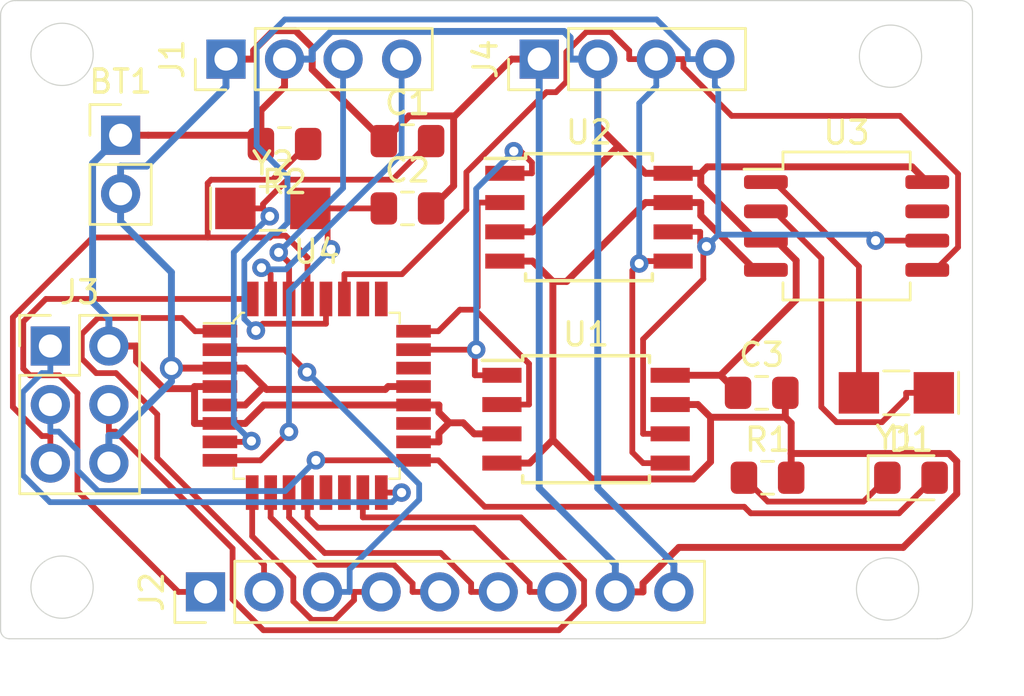
<source format=kicad_pcb>
(kicad_pcb (version 20171130) (host pcbnew 5.1.6-c6e7f7d~86~ubuntu18.04.1)

  (general
    (thickness 1.6)
    (drawings 12)
    (tracks 380)
    (zones 0)
    (modules 17)
    (nets 32)
  )

  (page A4)
  (title_block
    (title arduino-clone)
    (date 2020-06-16)
    (rev v1.0)
    (company SRA)
  )

  (layers
    (0 F.Cu signal)
    (31 B.Cu mixed)
    (32 B.Adhes user)
    (33 F.Adhes user)
    (34 B.Paste user)
    (35 F.Paste user)
    (36 B.SilkS user)
    (37 F.SilkS user)
    (38 B.Mask user)
    (39 F.Mask user)
    (40 Dwgs.User user)
    (41 Cmts.User user)
    (42 Eco1.User user)
    (43 Eco2.User user)
    (44 Edge.Cuts user)
    (45 Margin user)
    (46 B.CrtYd user)
    (47 F.CrtYd user)
    (48 B.Fab user)
    (49 F.Fab user)
  )

  (setup
    (last_trace_width 0.25)
    (user_trace_width 0.3)
    (trace_clearance 0.2)
    (zone_clearance 0.508)
    (zone_45_only no)
    (trace_min 0.2)
    (via_size 0.8)
    (via_drill 0.4)
    (via_min_size 0.4)
    (via_min_drill 0.3)
    (user_via 1 0.6)
    (uvia_size 0.3)
    (uvia_drill 0.1)
    (uvias_allowed no)
    (uvia_min_size 0.2)
    (uvia_min_drill 0.1)
    (edge_width 0.05)
    (segment_width 0.2)
    (pcb_text_width 0.3)
    (pcb_text_size 1.5 1.5)
    (mod_edge_width 0.12)
    (mod_text_size 1 1)
    (mod_text_width 0.15)
    (pad_size 1.524 1.524)
    (pad_drill 0.762)
    (pad_to_mask_clearance 0.05)
    (aux_axis_origin 0 0)
    (visible_elements FFFFFF7F)
    (pcbplotparams
      (layerselection 0x010fc_ffffffff)
      (usegerberextensions false)
      (usegerberattributes true)
      (usegerberadvancedattributes true)
      (creategerberjobfile true)
      (excludeedgelayer true)
      (linewidth 0.100000)
      (plotframeref false)
      (viasonmask false)
      (mode 1)
      (useauxorigin false)
      (hpglpennumber 1)
      (hpglpenspeed 20)
      (hpglpendiameter 15.000000)
      (psnegative false)
      (psa4output false)
      (plotreference true)
      (plotvalue true)
      (plotinvisibletext false)
      (padsonsilk false)
      (subtractmaskfromsilk false)
      (outputformat 1)
      (mirror false)
      (drillshape 1)
      (scaleselection 1)
      (outputdirectory ""))
  )

  (net 0 "")
  (net 1 /Vcc)
  (net 2 GNDPWR)
  (net 3 "Net-(C1-Pad2)")
  (net 4 "Net-(C2-Pad1)")
  (net 5 "Net-(D1-Pad1)")
  (net 6 /SCK)
  (net 7 /RX)
  (net 8 /TX)
  (net 9 /D2)
  (net 10 /D3)
  (net 11 /D4)
  (net 12 /D5)
  (net 13 /D6)
  (net 14 /D7)
  (net 15 /D8)
  (net 16 /MISO)
  (net 17 /MOSI)
  (net 18 /RESET)
  (net 19 /SCL)
  (net 20 /SDA)
  (net 21 /ADDS2)
  (net 22 /ADDS1)
  (net 23 "Net-(U3-Pad1)")
  (net 24 "Net-(U3-Pad2)")
  (net 25 "Net-(U3-Pad7)")
  (net 26 "Net-(U4-Pad13)")
  (net 27 "Net-(U4-Pad14)")
  (net 28 "Net-(U4-Pad19)")
  (net 29 "Net-(U4-Pad22)")
  (net 30 "Net-(U4-Pad25)")
  (net 31 "Net-(U4-Pad26)")

  (net_class Default "This is the default net class."
    (clearance 0.2)
    (trace_width 0.25)
    (via_dia 0.8)
    (via_drill 0.4)
    (uvia_dia 0.3)
    (uvia_drill 0.1)
    (add_net /ADDS1)
    (add_net /ADDS2)
    (add_net /D2)
    (add_net /D3)
    (add_net /D4)
    (add_net /D5)
    (add_net /D6)
    (add_net /D7)
    (add_net /D8)
    (add_net /MISO)
    (add_net /MOSI)
    (add_net /RESET)
    (add_net /RX)
    (add_net /SCK)
    (add_net /SCL)
    (add_net /SDA)
    (add_net /TX)
    (add_net "Net-(C1-Pad2)")
    (add_net "Net-(C2-Pad1)")
    (add_net "Net-(D1-Pad1)")
    (add_net "Net-(U3-Pad1)")
    (add_net "Net-(U3-Pad2)")
    (add_net "Net-(U3-Pad7)")
    (add_net "Net-(U4-Pad13)")
    (add_net "Net-(U4-Pad14)")
    (add_net "Net-(U4-Pad19)")
    (add_net "Net-(U4-Pad22)")
    (add_net "Net-(U4-Pad25)")
    (add_net "Net-(U4-Pad26)")
  )

  (net_class power ""
    (clearance 0.2)
    (trace_width 0.3)
    (via_dia 1)
    (via_drill 0.6)
    (uvia_dia 0.3)
    (uvia_drill 0.1)
    (add_net /Vcc)
    (add_net GNDPWR)
  )

  (module Connector_PinHeader_2.54mm:PinHeader_1x02_P2.54mm_Vertical (layer F.Cu) (tedit 59FED5CC) (tstamp 5EE94F92)
    (at 108.077 116.967)
    (descr "Through hole straight pin header, 1x02, 2.54mm pitch, single row")
    (tags "Through hole pin header THT 1x02 2.54mm single row")
    (path /5EE57074)
    (fp_text reference BT1 (at 0 -2.33) (layer F.SilkS)
      (effects (font (size 1 1) (thickness 0.15)))
    )
    (fp_text value 3V (at 0 4.87) (layer F.Fab)
      (effects (font (size 1 1) (thickness 0.15)))
    )
    (fp_line (start 1.8 -1.8) (end -1.8 -1.8) (layer F.CrtYd) (width 0.05))
    (fp_line (start 1.8 4.35) (end 1.8 -1.8) (layer F.CrtYd) (width 0.05))
    (fp_line (start -1.8 4.35) (end 1.8 4.35) (layer F.CrtYd) (width 0.05))
    (fp_line (start -1.8 -1.8) (end -1.8 4.35) (layer F.CrtYd) (width 0.05))
    (fp_line (start -1.33 -1.33) (end 0 -1.33) (layer F.SilkS) (width 0.12))
    (fp_line (start -1.33 0) (end -1.33 -1.33) (layer F.SilkS) (width 0.12))
    (fp_line (start -1.33 1.27) (end 1.33 1.27) (layer F.SilkS) (width 0.12))
    (fp_line (start 1.33 1.27) (end 1.33 3.87) (layer F.SilkS) (width 0.12))
    (fp_line (start -1.33 1.27) (end -1.33 3.87) (layer F.SilkS) (width 0.12))
    (fp_line (start -1.33 3.87) (end 1.33 3.87) (layer F.SilkS) (width 0.12))
    (fp_line (start -1.27 -0.635) (end -0.635 -1.27) (layer F.Fab) (width 0.1))
    (fp_line (start -1.27 3.81) (end -1.27 -0.635) (layer F.Fab) (width 0.1))
    (fp_line (start 1.27 3.81) (end -1.27 3.81) (layer F.Fab) (width 0.1))
    (fp_line (start 1.27 -1.27) (end 1.27 3.81) (layer F.Fab) (width 0.1))
    (fp_line (start -0.635 -1.27) (end 1.27 -1.27) (layer F.Fab) (width 0.1))
    (fp_text user %R (at 0 1.27 90) (layer F.Fab)
      (effects (font (size 1 1) (thickness 0.15)))
    )
    (pad 1 thru_hole rect (at 0 0) (size 1.7 1.7) (drill 1) (layers *.Cu *.Mask)
      (net 1 /Vcc))
    (pad 2 thru_hole oval (at 0 2.54) (size 1.7 1.7) (drill 1) (layers *.Cu *.Mask)
      (net 2 GNDPWR))
    (model ${KISYS3DMOD}/Connector_PinHeader_2.54mm.3dshapes/PinHeader_1x02_P2.54mm_Vertical.wrl
      (at (xyz 0 0 0))
      (scale (xyz 1 1 1))
      (rotate (xyz 0 0 0))
    )
  )

  (module Capacitor_SMD:C_0805_2012Metric_Pad1.15x1.40mm_HandSolder (layer F.Cu) (tedit 5B36C52B) (tstamp 5EE94FA3)
    (at 120.523 117.221)
    (descr "Capacitor SMD 0805 (2012 Metric), square (rectangular) end terminal, IPC_7351 nominal with elongated pad for handsoldering. (Body size source: https://docs.google.com/spreadsheets/d/1BsfQQcO9C6DZCsRaXUlFlo91Tg2WpOkGARC1WS5S8t0/edit?usp=sharing), generated with kicad-footprint-generator")
    (tags "capacitor handsolder")
    (path /5EE57A14)
    (attr smd)
    (fp_text reference C1 (at 0 -1.65) (layer F.SilkS)
      (effects (font (size 1 1) (thickness 0.15)))
    )
    (fp_text value 22pF (at 0 1.65) (layer F.Fab)
      (effects (font (size 1 1) (thickness 0.15)))
    )
    (fp_line (start 1.85 0.95) (end -1.85 0.95) (layer F.CrtYd) (width 0.05))
    (fp_line (start 1.85 -0.95) (end 1.85 0.95) (layer F.CrtYd) (width 0.05))
    (fp_line (start -1.85 -0.95) (end 1.85 -0.95) (layer F.CrtYd) (width 0.05))
    (fp_line (start -1.85 0.95) (end -1.85 -0.95) (layer F.CrtYd) (width 0.05))
    (fp_line (start -0.261252 0.71) (end 0.261252 0.71) (layer F.SilkS) (width 0.12))
    (fp_line (start -0.261252 -0.71) (end 0.261252 -0.71) (layer F.SilkS) (width 0.12))
    (fp_line (start 1 0.6) (end -1 0.6) (layer F.Fab) (width 0.1))
    (fp_line (start 1 -0.6) (end 1 0.6) (layer F.Fab) (width 0.1))
    (fp_line (start -1 -0.6) (end 1 -0.6) (layer F.Fab) (width 0.1))
    (fp_line (start -1 0.6) (end -1 -0.6) (layer F.Fab) (width 0.1))
    (fp_text user %R (at 0 0) (layer F.Fab)
      (effects (font (size 0.5 0.5) (thickness 0.08)))
    )
    (pad 1 smd roundrect (at -1.025 0) (size 1.15 1.4) (layers F.Cu F.Paste F.Mask) (roundrect_rratio 0.217391)
      (net 2 GNDPWR))
    (pad 2 smd roundrect (at 1.025 0) (size 1.15 1.4) (layers F.Cu F.Paste F.Mask) (roundrect_rratio 0.217391)
      (net 3 "Net-(C1-Pad2)"))
    (model ${KISYS3DMOD}/Capacitor_SMD.3dshapes/C_0805_2012Metric.wrl
      (at (xyz 0 0 0))
      (scale (xyz 1 1 1))
      (rotate (xyz 0 0 0))
    )
  )

  (module Capacitor_SMD:C_0805_2012Metric_Pad1.15x1.40mm_HandSolder (layer F.Cu) (tedit 5B36C52B) (tstamp 5EE94FB4)
    (at 120.523 120.142)
    (descr "Capacitor SMD 0805 (2012 Metric), square (rectangular) end terminal, IPC_7351 nominal with elongated pad for handsoldering. (Body size source: https://docs.google.com/spreadsheets/d/1BsfQQcO9C6DZCsRaXUlFlo91Tg2WpOkGARC1WS5S8t0/edit?usp=sharing), generated with kicad-footprint-generator")
    (tags "capacitor handsolder")
    (path /5EE573CD)
    (attr smd)
    (fp_text reference C2 (at 0 -1.65) (layer F.SilkS)
      (effects (font (size 1 1) (thickness 0.15)))
    )
    (fp_text value 22pF (at 0 1.65) (layer F.Fab)
      (effects (font (size 1 1) (thickness 0.15)))
    )
    (fp_line (start 1.85 0.95) (end -1.85 0.95) (layer F.CrtYd) (width 0.05))
    (fp_line (start 1.85 -0.95) (end 1.85 0.95) (layer F.CrtYd) (width 0.05))
    (fp_line (start -1.85 -0.95) (end 1.85 -0.95) (layer F.CrtYd) (width 0.05))
    (fp_line (start -1.85 0.95) (end -1.85 -0.95) (layer F.CrtYd) (width 0.05))
    (fp_line (start -0.261252 0.71) (end 0.261252 0.71) (layer F.SilkS) (width 0.12))
    (fp_line (start -0.261252 -0.71) (end 0.261252 -0.71) (layer F.SilkS) (width 0.12))
    (fp_line (start 1 0.6) (end -1 0.6) (layer F.Fab) (width 0.1))
    (fp_line (start 1 -0.6) (end 1 0.6) (layer F.Fab) (width 0.1))
    (fp_line (start -1 -0.6) (end 1 -0.6) (layer F.Fab) (width 0.1))
    (fp_line (start -1 0.6) (end -1 -0.6) (layer F.Fab) (width 0.1))
    (fp_text user %R (at 0 0) (layer F.Fab)
      (effects (font (size 0.5 0.5) (thickness 0.08)))
    )
    (pad 1 smd roundrect (at -1.025 0) (size 1.15 1.4) (layers F.Cu F.Paste F.Mask) (roundrect_rratio 0.217391)
      (net 4 "Net-(C2-Pad1)"))
    (pad 2 smd roundrect (at 1.025 0) (size 1.15 1.4) (layers F.Cu F.Paste F.Mask) (roundrect_rratio 0.217391)
      (net 2 GNDPWR))
    (model ${KISYS3DMOD}/Capacitor_SMD.3dshapes/C_0805_2012Metric.wrl
      (at (xyz 0 0 0))
      (scale (xyz 1 1 1))
      (rotate (xyz 0 0 0))
    )
  )

  (module Capacitor_SMD:C_0805_2012Metric_Pad1.15x1.40mm_HandSolder (layer F.Cu) (tedit 5B36C52B) (tstamp 5EE94FC5)
    (at 135.89 128.143)
    (descr "Capacitor SMD 0805 (2012 Metric), square (rectangular) end terminal, IPC_7351 nominal with elongated pad for handsoldering. (Body size source: https://docs.google.com/spreadsheets/d/1BsfQQcO9C6DZCsRaXUlFlo91Tg2WpOkGARC1WS5S8t0/edit?usp=sharing), generated with kicad-footprint-generator")
    (tags "capacitor handsolder")
    (path /5EE5773A)
    (attr smd)
    (fp_text reference C3 (at 0 -1.65) (layer F.SilkS)
      (effects (font (size 1 1) (thickness 0.15)))
    )
    (fp_text value 10uF (at 0 1.65) (layer F.Fab)
      (effects (font (size 1 1) (thickness 0.15)))
    )
    (fp_text user %R (at 0 0) (layer F.Fab)
      (effects (font (size 0.5 0.5) (thickness 0.08)))
    )
    (fp_line (start -1 0.6) (end -1 -0.6) (layer F.Fab) (width 0.1))
    (fp_line (start -1 -0.6) (end 1 -0.6) (layer F.Fab) (width 0.1))
    (fp_line (start 1 -0.6) (end 1 0.6) (layer F.Fab) (width 0.1))
    (fp_line (start 1 0.6) (end -1 0.6) (layer F.Fab) (width 0.1))
    (fp_line (start -0.261252 -0.71) (end 0.261252 -0.71) (layer F.SilkS) (width 0.12))
    (fp_line (start -0.261252 0.71) (end 0.261252 0.71) (layer F.SilkS) (width 0.12))
    (fp_line (start -1.85 0.95) (end -1.85 -0.95) (layer F.CrtYd) (width 0.05))
    (fp_line (start -1.85 -0.95) (end 1.85 -0.95) (layer F.CrtYd) (width 0.05))
    (fp_line (start 1.85 -0.95) (end 1.85 0.95) (layer F.CrtYd) (width 0.05))
    (fp_line (start 1.85 0.95) (end -1.85 0.95) (layer F.CrtYd) (width 0.05))
    (pad 2 smd roundrect (at 1.025 0) (size 1.15 1.4) (layers F.Cu F.Paste F.Mask) (roundrect_rratio 0.217391)
      (net 2 GNDPWR))
    (pad 1 smd roundrect (at -1.025 0) (size 1.15 1.4) (layers F.Cu F.Paste F.Mask) (roundrect_rratio 0.217391)
      (net 1 /Vcc))
    (model ${KISYS3DMOD}/Capacitor_SMD.3dshapes/C_0805_2012Metric.wrl
      (at (xyz 0 0 0))
      (scale (xyz 1 1 1))
      (rotate (xyz 0 0 0))
    )
  )

  (module LED_SMD:LED_0805_2012Metric_Pad1.15x1.40mm_HandSolder (layer F.Cu) (tedit 5B4B45C9) (tstamp 5EE94FD8)
    (at 142.367 131.826)
    (descr "LED SMD 0805 (2012 Metric), square (rectangular) end terminal, IPC_7351 nominal, (Body size source: https://docs.google.com/spreadsheets/d/1BsfQQcO9C6DZCsRaXUlFlo91Tg2WpOkGARC1WS5S8t0/edit?usp=sharing), generated with kicad-footprint-generator")
    (tags "LED handsolder")
    (path /5EE57CDF)
    (attr smd)
    (fp_text reference D1 (at 0 -1.65) (layer F.SilkS)
      (effects (font (size 1 1) (thickness 0.15)))
    )
    (fp_text value LED (at 0 1.65) (layer F.Fab)
      (effects (font (size 1 1) (thickness 0.15)))
    )
    (fp_line (start 1.85 0.95) (end -1.85 0.95) (layer F.CrtYd) (width 0.05))
    (fp_line (start 1.85 -0.95) (end 1.85 0.95) (layer F.CrtYd) (width 0.05))
    (fp_line (start -1.85 -0.95) (end 1.85 -0.95) (layer F.CrtYd) (width 0.05))
    (fp_line (start -1.85 0.95) (end -1.85 -0.95) (layer F.CrtYd) (width 0.05))
    (fp_line (start -1.86 0.96) (end 1 0.96) (layer F.SilkS) (width 0.12))
    (fp_line (start -1.86 -0.96) (end -1.86 0.96) (layer F.SilkS) (width 0.12))
    (fp_line (start 1 -0.96) (end -1.86 -0.96) (layer F.SilkS) (width 0.12))
    (fp_line (start 1 0.6) (end 1 -0.6) (layer F.Fab) (width 0.1))
    (fp_line (start -1 0.6) (end 1 0.6) (layer F.Fab) (width 0.1))
    (fp_line (start -1 -0.3) (end -1 0.6) (layer F.Fab) (width 0.1))
    (fp_line (start -0.7 -0.6) (end -1 -0.3) (layer F.Fab) (width 0.1))
    (fp_line (start 1 -0.6) (end -0.7 -0.6) (layer F.Fab) (width 0.1))
    (fp_text user %R (at 0 0) (layer F.Fab)
      (effects (font (size 0.5 0.5) (thickness 0.08)))
    )
    (pad 1 smd roundrect (at -1.025 0) (size 1.15 1.4) (layers F.Cu F.Paste F.Mask) (roundrect_rratio 0.217391)
      (net 5 "Net-(D1-Pad1)"))
    (pad 2 smd roundrect (at 1.025 0) (size 1.15 1.4) (layers F.Cu F.Paste F.Mask) (roundrect_rratio 0.217391)
      (net 6 /SCK))
    (model ${KISYS3DMOD}/LED_SMD.3dshapes/LED_0805_2012Metric.wrl
      (at (xyz 0 0 0))
      (scale (xyz 1 1 1))
      (rotate (xyz 0 0 0))
    )
  )

  (module Connector_PinHeader_2.54mm:PinHeader_1x04_P2.54mm_Vertical (layer F.Cu) (tedit 59FED5CC) (tstamp 5EE94FF0)
    (at 112.649 113.665 90)
    (descr "Through hole straight pin header, 1x04, 2.54mm pitch, single row")
    (tags "Through hole pin header THT 1x04 2.54mm single row")
    (path /5EE59D89/5EE5AF59)
    (fp_text reference J1 (at 0 -2.33 90) (layer F.SilkS)
      (effects (font (size 1 1) (thickness 0.15)))
    )
    (fp_text value Serial (at 0 9.95 90) (layer F.Fab)
      (effects (font (size 1 1) (thickness 0.15)))
    )
    (fp_line (start 1.8 -1.8) (end -1.8 -1.8) (layer F.CrtYd) (width 0.05))
    (fp_line (start 1.8 9.4) (end 1.8 -1.8) (layer F.CrtYd) (width 0.05))
    (fp_line (start -1.8 9.4) (end 1.8 9.4) (layer F.CrtYd) (width 0.05))
    (fp_line (start -1.8 -1.8) (end -1.8 9.4) (layer F.CrtYd) (width 0.05))
    (fp_line (start -1.33 -1.33) (end 0 -1.33) (layer F.SilkS) (width 0.12))
    (fp_line (start -1.33 0) (end -1.33 -1.33) (layer F.SilkS) (width 0.12))
    (fp_line (start -1.33 1.27) (end 1.33 1.27) (layer F.SilkS) (width 0.12))
    (fp_line (start 1.33 1.27) (end 1.33 8.95) (layer F.SilkS) (width 0.12))
    (fp_line (start -1.33 1.27) (end -1.33 8.95) (layer F.SilkS) (width 0.12))
    (fp_line (start -1.33 8.95) (end 1.33 8.95) (layer F.SilkS) (width 0.12))
    (fp_line (start -1.27 -0.635) (end -0.635 -1.27) (layer F.Fab) (width 0.1))
    (fp_line (start -1.27 8.89) (end -1.27 -0.635) (layer F.Fab) (width 0.1))
    (fp_line (start 1.27 8.89) (end -1.27 8.89) (layer F.Fab) (width 0.1))
    (fp_line (start 1.27 -1.27) (end 1.27 8.89) (layer F.Fab) (width 0.1))
    (fp_line (start -0.635 -1.27) (end 1.27 -1.27) (layer F.Fab) (width 0.1))
    (fp_text user %R (at 0 3.81) (layer F.Fab)
      (effects (font (size 1 1) (thickness 0.15)))
    )
    (pad 1 thru_hole rect (at 0 0 90) (size 1.7 1.7) (drill 1) (layers *.Cu *.Mask)
      (net 2 GNDPWR))
    (pad 2 thru_hole oval (at 0 2.54 90) (size 1.7 1.7) (drill 1) (layers *.Cu *.Mask)
      (net 1 /Vcc))
    (pad 3 thru_hole oval (at 0 5.08 90) (size 1.7 1.7) (drill 1) (layers *.Cu *.Mask)
      (net 7 /RX))
    (pad 4 thru_hole oval (at 0 7.62 90) (size 1.7 1.7) (drill 1) (layers *.Cu *.Mask)
      (net 8 /TX))
    (model ${KISYS3DMOD}/Connector_PinHeader_2.54mm.3dshapes/PinHeader_1x04_P2.54mm_Vertical.wrl
      (at (xyz 0 0 0))
      (scale (xyz 1 1 1))
      (rotate (xyz 0 0 0))
    )
  )

  (module Connector_PinHeader_2.54mm:PinHeader_1x09_P2.54mm_Vertical (layer F.Cu) (tedit 59FED5CC) (tstamp 5EE9500D)
    (at 111.76 136.779 90)
    (descr "Through hole straight pin header, 1x09, 2.54mm pitch, single row")
    (tags "Through hole pin header THT 1x09 2.54mm single row")
    (path /5EE59D89/5EE5A517)
    (fp_text reference J2 (at 0 -2.33 90) (layer F.SilkS)
      (effects (font (size 1 1) (thickness 0.15)))
    )
    (fp_text value "Digital Pins" (at 0 22.65 90) (layer F.Fab)
      (effects (font (size 1 1) (thickness 0.15)))
    )
    (fp_line (start 1.8 -1.8) (end -1.8 -1.8) (layer F.CrtYd) (width 0.05))
    (fp_line (start 1.8 22.1) (end 1.8 -1.8) (layer F.CrtYd) (width 0.05))
    (fp_line (start -1.8 22.1) (end 1.8 22.1) (layer F.CrtYd) (width 0.05))
    (fp_line (start -1.8 -1.8) (end -1.8 22.1) (layer F.CrtYd) (width 0.05))
    (fp_line (start -1.33 -1.33) (end 0 -1.33) (layer F.SilkS) (width 0.12))
    (fp_line (start -1.33 0) (end -1.33 -1.33) (layer F.SilkS) (width 0.12))
    (fp_line (start -1.33 1.27) (end 1.33 1.27) (layer F.SilkS) (width 0.12))
    (fp_line (start 1.33 1.27) (end 1.33 21.65) (layer F.SilkS) (width 0.12))
    (fp_line (start -1.33 1.27) (end -1.33 21.65) (layer F.SilkS) (width 0.12))
    (fp_line (start -1.33 21.65) (end 1.33 21.65) (layer F.SilkS) (width 0.12))
    (fp_line (start -1.27 -0.635) (end -0.635 -1.27) (layer F.Fab) (width 0.1))
    (fp_line (start -1.27 21.59) (end -1.27 -0.635) (layer F.Fab) (width 0.1))
    (fp_line (start 1.27 21.59) (end -1.27 21.59) (layer F.Fab) (width 0.1))
    (fp_line (start 1.27 -1.27) (end 1.27 21.59) (layer F.Fab) (width 0.1))
    (fp_line (start -0.635 -1.27) (end 1.27 -1.27) (layer F.Fab) (width 0.1))
    (fp_text user %R (at 0 10.16) (layer F.Fab)
      (effects (font (size 1 1) (thickness 0.15)))
    )
    (pad 1 thru_hole rect (at 0 0 90) (size 1.7 1.7) (drill 1) (layers *.Cu *.Mask)
      (net 9 /D2))
    (pad 2 thru_hole oval (at 0 2.54 90) (size 1.7 1.7) (drill 1) (layers *.Cu *.Mask)
      (net 10 /D3))
    (pad 3 thru_hole oval (at 0 5.08 90) (size 1.7 1.7) (drill 1) (layers *.Cu *.Mask)
      (net 11 /D4))
    (pad 4 thru_hole oval (at 0 7.62 90) (size 1.7 1.7) (drill 1) (layers *.Cu *.Mask)
      (net 12 /D5))
    (pad 5 thru_hole oval (at 0 10.16 90) (size 1.7 1.7) (drill 1) (layers *.Cu *.Mask)
      (net 13 /D6))
    (pad 6 thru_hole oval (at 0 12.7 90) (size 1.7 1.7) (drill 1) (layers *.Cu *.Mask)
      (net 14 /D7))
    (pad 7 thru_hole oval (at 0 15.24 90) (size 1.7 1.7) (drill 1) (layers *.Cu *.Mask)
      (net 15 /D8))
    (pad 8 thru_hole oval (at 0 17.78 90) (size 1.7 1.7) (drill 1) (layers *.Cu *.Mask)
      (net 2 GNDPWR))
    (pad 9 thru_hole oval (at 0 20.32 90) (size 1.7 1.7) (drill 1) (layers *.Cu *.Mask)
      (net 1 /Vcc))
    (model ${KISYS3DMOD}/Connector_PinHeader_2.54mm.3dshapes/PinHeader_1x09_P2.54mm_Vertical.wrl
      (at (xyz 0 0 0))
      (scale (xyz 1 1 1))
      (rotate (xyz 0 0 0))
    )
  )

  (module Connector_PinHeader_2.54mm:PinHeader_2x03_P2.54mm_Vertical (layer F.Cu) (tedit 59FED5CC) (tstamp 5EE95029)
    (at 105.029 126.111)
    (descr "Through hole straight pin header, 2x03, 2.54mm pitch, double rows")
    (tags "Through hole pin header THT 2x03 2.54mm double row")
    (path /5EE59D89/5EE5ADAE)
    (fp_text reference J3 (at 1.27 -2.33) (layer F.SilkS)
      (effects (font (size 1 1) (thickness 0.15)))
    )
    (fp_text value ICSP (at 1.27 7.41) (layer F.Fab)
      (effects (font (size 1 1) (thickness 0.15)))
    )
    (fp_line (start 4.35 -1.8) (end -1.8 -1.8) (layer F.CrtYd) (width 0.05))
    (fp_line (start 4.35 6.85) (end 4.35 -1.8) (layer F.CrtYd) (width 0.05))
    (fp_line (start -1.8 6.85) (end 4.35 6.85) (layer F.CrtYd) (width 0.05))
    (fp_line (start -1.8 -1.8) (end -1.8 6.85) (layer F.CrtYd) (width 0.05))
    (fp_line (start -1.33 -1.33) (end 0 -1.33) (layer F.SilkS) (width 0.12))
    (fp_line (start -1.33 0) (end -1.33 -1.33) (layer F.SilkS) (width 0.12))
    (fp_line (start 1.27 -1.33) (end 3.87 -1.33) (layer F.SilkS) (width 0.12))
    (fp_line (start 1.27 1.27) (end 1.27 -1.33) (layer F.SilkS) (width 0.12))
    (fp_line (start -1.33 1.27) (end 1.27 1.27) (layer F.SilkS) (width 0.12))
    (fp_line (start 3.87 -1.33) (end 3.87 6.41) (layer F.SilkS) (width 0.12))
    (fp_line (start -1.33 1.27) (end -1.33 6.41) (layer F.SilkS) (width 0.12))
    (fp_line (start -1.33 6.41) (end 3.87 6.41) (layer F.SilkS) (width 0.12))
    (fp_line (start -1.27 0) (end 0 -1.27) (layer F.Fab) (width 0.1))
    (fp_line (start -1.27 6.35) (end -1.27 0) (layer F.Fab) (width 0.1))
    (fp_line (start 3.81 6.35) (end -1.27 6.35) (layer F.Fab) (width 0.1))
    (fp_line (start 3.81 -1.27) (end 3.81 6.35) (layer F.Fab) (width 0.1))
    (fp_line (start 0 -1.27) (end 3.81 -1.27) (layer F.Fab) (width 0.1))
    (fp_text user %R (at 1.27 2.54 90) (layer F.Fab)
      (effects (font (size 1 1) (thickness 0.15)))
    )
    (pad 1 thru_hole rect (at 0 0) (size 1.7 1.7) (drill 1) (layers *.Cu *.Mask)
      (net 16 /MISO))
    (pad 2 thru_hole oval (at 2.54 0) (size 1.7 1.7) (drill 1) (layers *.Cu *.Mask)
      (net 1 /Vcc))
    (pad 3 thru_hole oval (at 0 2.54) (size 1.7 1.7) (drill 1) (layers *.Cu *.Mask)
      (net 6 /SCK))
    (pad 4 thru_hole oval (at 2.54 2.54) (size 1.7 1.7) (drill 1) (layers *.Cu *.Mask)
      (net 17 /MOSI))
    (pad 5 thru_hole oval (at 0 5.08) (size 1.7 1.7) (drill 1) (layers *.Cu *.Mask)
      (net 18 /RESET))
    (pad 6 thru_hole oval (at 2.54 5.08) (size 1.7 1.7) (drill 1) (layers *.Cu *.Mask)
      (net 2 GNDPWR))
    (model ${KISYS3DMOD}/Connector_PinHeader_2.54mm.3dshapes/PinHeader_2x03_P2.54mm_Vertical.wrl
      (at (xyz 0 0 0))
      (scale (xyz 1 1 1))
      (rotate (xyz 0 0 0))
    )
  )

  (module Connector_PinHeader_2.54mm:PinHeader_1x04_P2.54mm_Vertical (layer F.Cu) (tedit 59FED5CC) (tstamp 5EE95041)
    (at 126.238 113.665 90)
    (descr "Through hole straight pin header, 1x04, 2.54mm pitch, single row")
    (tags "Through hole pin header THT 1x04 2.54mm single row")
    (path /5EE59D89/5EE5A90B)
    (fp_text reference J4 (at 0 -2.33 90) (layer F.SilkS)
      (effects (font (size 1 1) (thickness 0.15)))
    )
    (fp_text value I2C (at 0 9.95 90) (layer F.Fab)
      (effects (font (size 1 1) (thickness 0.15)))
    )
    (fp_text user %R (at 0 3.81) (layer F.Fab)
      (effects (font (size 1 1) (thickness 0.15)))
    )
    (fp_line (start -0.635 -1.27) (end 1.27 -1.27) (layer F.Fab) (width 0.1))
    (fp_line (start 1.27 -1.27) (end 1.27 8.89) (layer F.Fab) (width 0.1))
    (fp_line (start 1.27 8.89) (end -1.27 8.89) (layer F.Fab) (width 0.1))
    (fp_line (start -1.27 8.89) (end -1.27 -0.635) (layer F.Fab) (width 0.1))
    (fp_line (start -1.27 -0.635) (end -0.635 -1.27) (layer F.Fab) (width 0.1))
    (fp_line (start -1.33 8.95) (end 1.33 8.95) (layer F.SilkS) (width 0.12))
    (fp_line (start -1.33 1.27) (end -1.33 8.95) (layer F.SilkS) (width 0.12))
    (fp_line (start 1.33 1.27) (end 1.33 8.95) (layer F.SilkS) (width 0.12))
    (fp_line (start -1.33 1.27) (end 1.33 1.27) (layer F.SilkS) (width 0.12))
    (fp_line (start -1.33 0) (end -1.33 -1.33) (layer F.SilkS) (width 0.12))
    (fp_line (start -1.33 -1.33) (end 0 -1.33) (layer F.SilkS) (width 0.12))
    (fp_line (start -1.8 -1.8) (end -1.8 9.4) (layer F.CrtYd) (width 0.05))
    (fp_line (start -1.8 9.4) (end 1.8 9.4) (layer F.CrtYd) (width 0.05))
    (fp_line (start 1.8 9.4) (end 1.8 -1.8) (layer F.CrtYd) (width 0.05))
    (fp_line (start 1.8 -1.8) (end -1.8 -1.8) (layer F.CrtYd) (width 0.05))
    (pad 4 thru_hole oval (at 0 7.62 90) (size 1.7 1.7) (drill 1) (layers *.Cu *.Mask)
      (net 19 /SCL))
    (pad 3 thru_hole oval (at 0 5.08 90) (size 1.7 1.7) (drill 1) (layers *.Cu *.Mask)
      (net 20 /SDA))
    (pad 2 thru_hole oval (at 0 2.54 90) (size 1.7 1.7) (drill 1) (layers *.Cu *.Mask)
      (net 1 /Vcc))
    (pad 1 thru_hole rect (at 0 0 90) (size 1.7 1.7) (drill 1) (layers *.Cu *.Mask)
      (net 2 GNDPWR))
    (model ${KISYS3DMOD}/Connector_PinHeader_2.54mm.3dshapes/PinHeader_1x04_P2.54mm_Vertical.wrl
      (at (xyz 0 0 0))
      (scale (xyz 1 1 1))
      (rotate (xyz 0 0 0))
    )
  )

  (module Resistor_SMD:R_0805_2012Metric_Pad1.15x1.40mm_HandSolder (layer F.Cu) (tedit 5B36C52B) (tstamp 5EE95052)
    (at 136.144 131.826)
    (descr "Resistor SMD 0805 (2012 Metric), square (rectangular) end terminal, IPC_7351 nominal with elongated pad for handsoldering. (Body size source: https://docs.google.com/spreadsheets/d/1BsfQQcO9C6DZCsRaXUlFlo91Tg2WpOkGARC1WS5S8t0/edit?usp=sharing), generated with kicad-footprint-generator")
    (tags "resistor handsolder")
    (path /5EE581EB)
    (attr smd)
    (fp_text reference R1 (at 0 -1.65) (layer F.SilkS)
      (effects (font (size 1 1) (thickness 0.15)))
    )
    (fp_text value 330Ohm (at 0 1.65) (layer F.Fab)
      (effects (font (size 1 1) (thickness 0.15)))
    )
    (fp_line (start 1.85 0.95) (end -1.85 0.95) (layer F.CrtYd) (width 0.05))
    (fp_line (start 1.85 -0.95) (end 1.85 0.95) (layer F.CrtYd) (width 0.05))
    (fp_line (start -1.85 -0.95) (end 1.85 -0.95) (layer F.CrtYd) (width 0.05))
    (fp_line (start -1.85 0.95) (end -1.85 -0.95) (layer F.CrtYd) (width 0.05))
    (fp_line (start -0.261252 0.71) (end 0.261252 0.71) (layer F.SilkS) (width 0.12))
    (fp_line (start -0.261252 -0.71) (end 0.261252 -0.71) (layer F.SilkS) (width 0.12))
    (fp_line (start 1 0.6) (end -1 0.6) (layer F.Fab) (width 0.1))
    (fp_line (start 1 -0.6) (end 1 0.6) (layer F.Fab) (width 0.1))
    (fp_line (start -1 -0.6) (end 1 -0.6) (layer F.Fab) (width 0.1))
    (fp_line (start -1 0.6) (end -1 -0.6) (layer F.Fab) (width 0.1))
    (fp_text user %R (at 0 0) (layer F.Fab)
      (effects (font (size 0.5 0.5) (thickness 0.08)))
    )
    (pad 1 smd roundrect (at -1.025 0) (size 1.15 1.4) (layers F.Cu F.Paste F.Mask) (roundrect_rratio 0.217391)
      (net 5 "Net-(D1-Pad1)"))
    (pad 2 smd roundrect (at 1.025 0) (size 1.15 1.4) (layers F.Cu F.Paste F.Mask) (roundrect_rratio 0.217391)
      (net 2 GNDPWR))
    (model ${KISYS3DMOD}/Resistor_SMD.3dshapes/R_0805_2012Metric.wrl
      (at (xyz 0 0 0))
      (scale (xyz 1 1 1))
      (rotate (xyz 0 0 0))
    )
  )

  (module Resistor_SMD:R_0805_2012Metric_Pad1.15x1.40mm_HandSolder (layer F.Cu) (tedit 5B36C52B) (tstamp 5EE95063)
    (at 115.189 117.348 180)
    (descr "Resistor SMD 0805 (2012 Metric), square (rectangular) end terminal, IPC_7351 nominal with elongated pad for handsoldering. (Body size source: https://docs.google.com/spreadsheets/d/1BsfQQcO9C6DZCsRaXUlFlo91Tg2WpOkGARC1WS5S8t0/edit?usp=sharing), generated with kicad-footprint-generator")
    (tags "resistor handsolder")
    (path /5EE8EF4E)
    (attr smd)
    (fp_text reference R2 (at 0 -1.65) (layer F.SilkS)
      (effects (font (size 1 1) (thickness 0.15)))
    )
    (fp_text value 10kOhm (at 0 1.65) (layer F.Fab)
      (effects (font (size 1 1) (thickness 0.15)))
    )
    (fp_text user %R (at 0 0) (layer F.Fab)
      (effects (font (size 0.5 0.5) (thickness 0.08)))
    )
    (fp_line (start -1 0.6) (end -1 -0.6) (layer F.Fab) (width 0.1))
    (fp_line (start -1 -0.6) (end 1 -0.6) (layer F.Fab) (width 0.1))
    (fp_line (start 1 -0.6) (end 1 0.6) (layer F.Fab) (width 0.1))
    (fp_line (start 1 0.6) (end -1 0.6) (layer F.Fab) (width 0.1))
    (fp_line (start -0.261252 -0.71) (end 0.261252 -0.71) (layer F.SilkS) (width 0.12))
    (fp_line (start -0.261252 0.71) (end 0.261252 0.71) (layer F.SilkS) (width 0.12))
    (fp_line (start -1.85 0.95) (end -1.85 -0.95) (layer F.CrtYd) (width 0.05))
    (fp_line (start -1.85 -0.95) (end 1.85 -0.95) (layer F.CrtYd) (width 0.05))
    (fp_line (start 1.85 -0.95) (end 1.85 0.95) (layer F.CrtYd) (width 0.05))
    (fp_line (start 1.85 0.95) (end -1.85 0.95) (layer F.CrtYd) (width 0.05))
    (pad 2 smd roundrect (at 1.025 0 180) (size 1.15 1.4) (layers F.Cu F.Paste F.Mask) (roundrect_rratio 0.217391)
      (net 1 /Vcc))
    (pad 1 smd roundrect (at -1.025 0 180) (size 1.15 1.4) (layers F.Cu F.Paste F.Mask) (roundrect_rratio 0.217391)
      (net 18 /RESET))
    (model ${KISYS3DMOD}/Resistor_SMD.3dshapes/R_0805_2012Metric.wrl
      (at (xyz 0 0 0))
      (scale (xyz 1 1 1))
      (rotate (xyz 0 0 0))
    )
  )

  (module Package_SO:SOIJ-8_5.3x5.3mm_P1.27mm (layer F.Cu) (tedit 5A02F2D3) (tstamp 5EE95080)
    (at 128.27 129.286)
    (descr "8-Lead Plastic Small Outline (SM) - Medium, 5.28 mm Body [SOIC] (see Microchip Packaging Specification 00000049BS.pdf)")
    (tags "SOIC 1.27")
    (path /5EE633DF)
    (attr smd)
    (fp_text reference U1 (at 0 -3.68) (layer F.SilkS)
      (effects (font (size 1 1) (thickness 0.15)))
    )
    (fp_text value 24LC1025 (at 0 3.68) (layer F.Fab)
      (effects (font (size 1 1) (thickness 0.15)))
    )
    (fp_text user %R (at 0 0) (layer F.Fab)
      (effects (font (size 1 1) (thickness 0.15)))
    )
    (fp_line (start -1.65 -2.65) (end 2.65 -2.65) (layer F.Fab) (width 0.15))
    (fp_line (start 2.65 -2.65) (end 2.65 2.65) (layer F.Fab) (width 0.15))
    (fp_line (start 2.65 2.65) (end -2.65 2.65) (layer F.Fab) (width 0.15))
    (fp_line (start -2.65 2.65) (end -2.65 -1.65) (layer F.Fab) (width 0.15))
    (fp_line (start -2.65 -1.65) (end -1.65 -2.65) (layer F.Fab) (width 0.15))
    (fp_line (start -4.75 -2.95) (end -4.75 2.95) (layer F.CrtYd) (width 0.05))
    (fp_line (start 4.75 -2.95) (end 4.75 2.95) (layer F.CrtYd) (width 0.05))
    (fp_line (start -4.75 -2.95) (end 4.75 -2.95) (layer F.CrtYd) (width 0.05))
    (fp_line (start -4.75 2.95) (end 4.75 2.95) (layer F.CrtYd) (width 0.05))
    (fp_line (start -2.75 -2.755) (end -2.75 -2.55) (layer F.SilkS) (width 0.15))
    (fp_line (start 2.75 -2.755) (end 2.75 -2.455) (layer F.SilkS) (width 0.15))
    (fp_line (start 2.75 2.755) (end 2.75 2.455) (layer F.SilkS) (width 0.15))
    (fp_line (start -2.75 2.755) (end -2.75 2.455) (layer F.SilkS) (width 0.15))
    (fp_line (start -2.75 -2.755) (end 2.75 -2.755) (layer F.SilkS) (width 0.15))
    (fp_line (start -2.75 2.755) (end 2.75 2.755) (layer F.SilkS) (width 0.15))
    (fp_line (start -2.75 -2.55) (end -4.5 -2.55) (layer F.SilkS) (width 0.15))
    (pad 8 smd rect (at 3.65 -1.905) (size 1.7 0.65) (layers F.Cu F.Paste F.Mask)
      (net 1 /Vcc))
    (pad 7 smd rect (at 3.65 -0.635) (size 1.7 0.65) (layers F.Cu F.Paste F.Mask)
      (net 2 GNDPWR))
    (pad 6 smd rect (at 3.65 0.635) (size 1.7 0.65) (layers F.Cu F.Paste F.Mask)
      (net 19 /SCL))
    (pad 5 smd rect (at 3.65 1.905) (size 1.7 0.65) (layers F.Cu F.Paste F.Mask)
      (net 20 /SDA))
    (pad 4 smd rect (at -3.65 1.905) (size 1.7 0.65) (layers F.Cu F.Paste F.Mask)
      (net 2 GNDPWR))
    (pad 3 smd rect (at -3.65 0.635) (size 1.7 0.65) (layers F.Cu F.Paste F.Mask)
      (net 1 /Vcc))
    (pad 2 smd rect (at -3.65 -0.635) (size 1.7 0.65) (layers F.Cu F.Paste F.Mask)
      (net 21 /ADDS2))
    (pad 1 smd rect (at -3.65 -1.905) (size 1.7 0.65) (layers F.Cu F.Paste F.Mask)
      (net 22 /ADDS1))
    (model ${KISYS3DMOD}/Package_SO.3dshapes/SOIJ-8_5.3x5.3mm_P1.27mm.wrl
      (at (xyz 0 0 0))
      (scale (xyz 1 1 1))
      (rotate (xyz 0 0 0))
    )
  )

  (module Package_SO:SOIJ-8_5.3x5.3mm_P1.27mm (layer F.Cu) (tedit 5A02F2D3) (tstamp 5EE9509D)
    (at 128.397 120.523)
    (descr "8-Lead Plastic Small Outline (SM) - Medium, 5.28 mm Body [SOIC] (see Microchip Packaging Specification 00000049BS.pdf)")
    (tags "SOIC 1.27")
    (path /5EE58CDC)
    (attr smd)
    (fp_text reference U2 (at 0 -3.68) (layer F.SilkS)
      (effects (font (size 1 1) (thickness 0.15)))
    )
    (fp_text value 24LC1025 (at 0 3.68) (layer F.Fab)
      (effects (font (size 1 1) (thickness 0.15)))
    )
    (fp_line (start -2.75 -2.55) (end -4.5 -2.55) (layer F.SilkS) (width 0.15))
    (fp_line (start -2.75 2.755) (end 2.75 2.755) (layer F.SilkS) (width 0.15))
    (fp_line (start -2.75 -2.755) (end 2.75 -2.755) (layer F.SilkS) (width 0.15))
    (fp_line (start -2.75 2.755) (end -2.75 2.455) (layer F.SilkS) (width 0.15))
    (fp_line (start 2.75 2.755) (end 2.75 2.455) (layer F.SilkS) (width 0.15))
    (fp_line (start 2.75 -2.755) (end 2.75 -2.455) (layer F.SilkS) (width 0.15))
    (fp_line (start -2.75 -2.755) (end -2.75 -2.55) (layer F.SilkS) (width 0.15))
    (fp_line (start -4.75 2.95) (end 4.75 2.95) (layer F.CrtYd) (width 0.05))
    (fp_line (start -4.75 -2.95) (end 4.75 -2.95) (layer F.CrtYd) (width 0.05))
    (fp_line (start 4.75 -2.95) (end 4.75 2.95) (layer F.CrtYd) (width 0.05))
    (fp_line (start -4.75 -2.95) (end -4.75 2.95) (layer F.CrtYd) (width 0.05))
    (fp_line (start -2.65 -1.65) (end -1.65 -2.65) (layer F.Fab) (width 0.15))
    (fp_line (start -2.65 2.65) (end -2.65 -1.65) (layer F.Fab) (width 0.15))
    (fp_line (start 2.65 2.65) (end -2.65 2.65) (layer F.Fab) (width 0.15))
    (fp_line (start 2.65 -2.65) (end 2.65 2.65) (layer F.Fab) (width 0.15))
    (fp_line (start -1.65 -2.65) (end 2.65 -2.65) (layer F.Fab) (width 0.15))
    (fp_text user %R (at 0 0) (layer F.Fab)
      (effects (font (size 1 1) (thickness 0.15)))
    )
    (pad 1 smd rect (at -3.65 -1.905) (size 1.7 0.65) (layers F.Cu F.Paste F.Mask)
      (net 22 /ADDS1))
    (pad 2 smd rect (at -3.65 -0.635) (size 1.7 0.65) (layers F.Cu F.Paste F.Mask)
      (net 21 /ADDS2))
    (pad 3 smd rect (at -3.65 0.635) (size 1.7 0.65) (layers F.Cu F.Paste F.Mask)
      (net 1 /Vcc))
    (pad 4 smd rect (at -3.65 1.905) (size 1.7 0.65) (layers F.Cu F.Paste F.Mask)
      (net 2 GNDPWR))
    (pad 5 smd rect (at 3.65 1.905) (size 1.7 0.65) (layers F.Cu F.Paste F.Mask)
      (net 20 /SDA))
    (pad 6 smd rect (at 3.65 0.635) (size 1.7 0.65) (layers F.Cu F.Paste F.Mask)
      (net 19 /SCL))
    (pad 7 smd rect (at 3.65 -0.635) (size 1.7 0.65) (layers F.Cu F.Paste F.Mask)
      (net 2 GNDPWR))
    (pad 8 smd rect (at 3.65 -1.905) (size 1.7 0.65) (layers F.Cu F.Paste F.Mask)
      (net 1 /Vcc))
    (model ${KISYS3DMOD}/Package_SO.3dshapes/SOIJ-8_5.3x5.3mm_P1.27mm.wrl
      (at (xyz 0 0 0))
      (scale (xyz 1 1 1))
      (rotate (xyz 0 0 0))
    )
  )

  (module Package_SO:SO-8_5.3x6.2mm_P1.27mm (layer F.Cu) (tedit 5EA5315B) (tstamp 5EE950BC)
    (at 139.573 120.904)
    (descr "SO, 8 Pin (https://www.ti.com/lit/ml/msop001a/msop001a.pdf), generated with kicad-footprint-generator ipc_gullwing_generator.py")
    (tags "SO SO")
    (path /5EE60820)
    (attr smd)
    (fp_text reference U3 (at 0 -4.05) (layer F.SilkS)
      (effects (font (size 1 1) (thickness 0.15)))
    )
    (fp_text value DS13375+ (at 0 4.05) (layer F.Fab)
      (effects (font (size 1 1) (thickness 0.15)))
    )
    (fp_line (start 4.7 -3.35) (end -4.7 -3.35) (layer F.CrtYd) (width 0.05))
    (fp_line (start 4.7 3.35) (end 4.7 -3.35) (layer F.CrtYd) (width 0.05))
    (fp_line (start -4.7 3.35) (end 4.7 3.35) (layer F.CrtYd) (width 0.05))
    (fp_line (start -4.7 -3.35) (end -4.7 3.35) (layer F.CrtYd) (width 0.05))
    (fp_line (start -2.65 -2.1) (end -1.65 -3.1) (layer F.Fab) (width 0.1))
    (fp_line (start -2.65 3.1) (end -2.65 -2.1) (layer F.Fab) (width 0.1))
    (fp_line (start 2.65 3.1) (end -2.65 3.1) (layer F.Fab) (width 0.1))
    (fp_line (start 2.65 -3.1) (end 2.65 3.1) (layer F.Fab) (width 0.1))
    (fp_line (start -1.65 -3.1) (end 2.65 -3.1) (layer F.Fab) (width 0.1))
    (fp_line (start -2.76 -2.465) (end -4.45 -2.465) (layer F.SilkS) (width 0.12))
    (fp_line (start -2.76 -3.21) (end -2.76 -2.465) (layer F.SilkS) (width 0.12))
    (fp_line (start 0 -3.21) (end -2.76 -3.21) (layer F.SilkS) (width 0.12))
    (fp_line (start 2.76 -3.21) (end 2.76 -2.465) (layer F.SilkS) (width 0.12))
    (fp_line (start 0 -3.21) (end 2.76 -3.21) (layer F.SilkS) (width 0.12))
    (fp_line (start -2.76 3.21) (end -2.76 2.465) (layer F.SilkS) (width 0.12))
    (fp_line (start 0 3.21) (end -2.76 3.21) (layer F.SilkS) (width 0.12))
    (fp_line (start 2.76 3.21) (end 2.76 2.465) (layer F.SilkS) (width 0.12))
    (fp_line (start 0 3.21) (end 2.76 3.21) (layer F.SilkS) (width 0.12))
    (fp_text user %R (at 0 0) (layer F.Fab)
      (effects (font (size 1 1) (thickness 0.15)))
    )
    (pad 1 smd roundrect (at -3.5 -1.905) (size 1.9 0.6) (layers F.Cu F.Paste F.Mask) (roundrect_rratio 0.25)
      (net 23 "Net-(U3-Pad1)"))
    (pad 2 smd roundrect (at -3.5 -0.635) (size 1.9 0.6) (layers F.Cu F.Paste F.Mask) (roundrect_rratio 0.25)
      (net 24 "Net-(U3-Pad2)"))
    (pad 3 smd roundrect (at -3.5 0.635) (size 1.9 0.6) (layers F.Cu F.Paste F.Mask) (roundrect_rratio 0.25)
      (net 1 /Vcc))
    (pad 4 smd roundrect (at -3.5 1.905) (size 1.9 0.6) (layers F.Cu F.Paste F.Mask) (roundrect_rratio 0.25)
      (net 2 GNDPWR))
    (pad 5 smd roundrect (at 3.5 1.905) (size 1.9 0.6) (layers F.Cu F.Paste F.Mask) (roundrect_rratio 0.25)
      (net 20 /SDA))
    (pad 6 smd roundrect (at 3.5 0.635) (size 1.9 0.6) (layers F.Cu F.Paste F.Mask) (roundrect_rratio 0.25)
      (net 19 /SCL))
    (pad 7 smd roundrect (at 3.5 -0.635) (size 1.9 0.6) (layers F.Cu F.Paste F.Mask) (roundrect_rratio 0.25)
      (net 25 "Net-(U3-Pad7)"))
    (pad 8 smd roundrect (at 3.5 -1.905) (size 1.9 0.6) (layers F.Cu F.Paste F.Mask) (roundrect_rratio 0.25)
      (net 1 /Vcc))
    (model ${KISYS3DMOD}/Package_SO.3dshapes/SO-8_5.3x6.2mm_P1.27mm.wrl
      (at (xyz 0 0 0))
      (scale (xyz 1 1 1))
      (rotate (xyz 0 0 0))
    )
  )

  (module digikey-footprints:TQFP-32_7x7mm (layer F.Cu) (tedit 5D28AA5E) (tstamp 5EE95D7B)
    (at 116.586 128.27)
    (descr http://www.atmel.com/Images/Atmel-8826-SEEPROM-PCB-Mounting-Guidelines-Surface-Mount-Packages-ApplicationNote.pdf)
    (path /5EE5B69B)
    (attr smd)
    (fp_text reference U4 (at 0 -6.25) (layer F.SilkS)
      (effects (font (size 1 1) (thickness 0.15)))
    )
    (fp_text value ATMEGA328P-AU (at 0 6.2) (layer F.Fab)
      (effects (font (size 1 1) (thickness 0.15)))
    )
    (fp_line (start 3.5 -3.5) (end 3.5 3.5) (layer F.Fab) (width 0.1))
    (fp_line (start -3.5 3.5) (end 3.5 3.5) (layer F.Fab) (width 0.1))
    (fp_line (start -3.5 -3.2) (end -3.2 -3.5) (layer F.Fab) (width 0.1))
    (fp_line (start -3.2 -3.5) (end 3.5 -3.5) (layer F.Fab) (width 0.1))
    (fp_line (start -3.5 -3.2) (end -3.5 3.5) (layer F.Fab) (width 0.1))
    (fp_line (start -3.6 3.6) (end -3.6 3.15) (layer F.SilkS) (width 0.1))
    (fp_line (start -3.6 3.6) (end -3.15 3.6) (layer F.SilkS) (width 0.1))
    (fp_line (start 3.6 3.6) (end 3.15 3.6) (layer F.SilkS) (width 0.1))
    (fp_line (start 3.6 3.6) (end 3.6 3.15) (layer F.SilkS) (width 0.1))
    (fp_line (start 3.6 -3.6) (end 3.6 -3.15) (layer F.SilkS) (width 0.1))
    (fp_line (start 3.6 -3.6) (end 3.15 -3.6) (layer F.SilkS) (width 0.1))
    (fp_line (start -3.6 -3.15) (end -4.9 -3.15) (layer F.SilkS) (width 0.1))
    (fp_line (start -3.6 -3.25) (end -3.6 -3.15) (layer F.SilkS) (width 0.1))
    (fp_line (start -3.25 -3.6) (end -3.6 -3.25) (layer F.SilkS) (width 0.1))
    (fp_line (start -3.15 -3.6) (end -3.25 -3.6) (layer F.SilkS) (width 0.1))
    (fp_line (start -5.2 -5.2) (end 5.2 -5.2) (layer F.CrtYd) (width 0.05))
    (fp_line (start 5.2 -5.2) (end 5.2 5.2) (layer F.CrtYd) (width 0.05))
    (fp_line (start -5.2 -5.2) (end -5.2 5.2) (layer F.CrtYd) (width 0.05))
    (fp_line (start -5.2 5.2) (end 5.2 5.2) (layer F.CrtYd) (width 0.05))
    (fp_text user %R (at 0 0) (layer F.Fab)
      (effects (font (size 1 1) (thickness 0.15)))
    )
    (pad 9 smd rect (at -2.8 4.2) (size 0.55 1.5) (layers F.Cu F.Paste F.Mask)
      (net 12 /D5))
    (pad 1 smd rect (at -4.2 -2.8) (size 1.5 0.55) (layers F.Cu F.Paste F.Mask)
      (net 10 /D3))
    (pad 2 smd rect (at -4.2 -2) (size 1.5 0.55) (layers F.Cu F.Paste F.Mask)
      (net 11 /D4))
    (pad 3 smd rect (at -4.2 -1.2) (size 1.5 0.55) (layers F.Cu F.Paste F.Mask)
      (net 2 GNDPWR))
    (pad 4 smd rect (at -4.2 -0.4) (size 1.5 0.55) (layers F.Cu F.Paste F.Mask)
      (net 1 /Vcc))
    (pad 5 smd rect (at -4.2 0.4) (size 1.5 0.55) (layers F.Cu F.Paste F.Mask)
      (net 2 GNDPWR))
    (pad 6 smd rect (at -4.2 1.2) (size 1.5 0.55) (layers F.Cu F.Paste F.Mask)
      (net 1 /Vcc))
    (pad 7 smd rect (at -4.2 2) (size 1.5 0.55) (layers F.Cu F.Paste F.Mask)
      (net 3 "Net-(C1-Pad2)"))
    (pad 8 smd rect (at -4.2 2.8) (size 1.5 0.55) (layers F.Cu F.Paste F.Mask)
      (net 4 "Net-(C2-Pad1)"))
    (pad 10 smd rect (at -2 4.2) (size 0.55 1.5) (layers F.Cu F.Paste F.Mask)
      (net 13 /D6))
    (pad 11 smd rect (at -1.2 4.2) (size 0.55 1.5) (layers F.Cu F.Paste F.Mask)
      (net 14 /D7))
    (pad 12 smd rect (at -0.4 4.2) (size 0.55 1.5) (layers F.Cu F.Paste F.Mask)
      (net 15 /D8))
    (pad 13 smd rect (at 0.4 4.2) (size 0.55 1.5) (layers F.Cu F.Paste F.Mask)
      (net 26 "Net-(U4-Pad13)"))
    (pad 14 smd rect (at 1.2 4.2) (size 0.55 1.5) (layers F.Cu F.Paste F.Mask)
      (net 27 "Net-(U4-Pad14)"))
    (pad 15 smd rect (at 2 4.2) (size 0.55 1.5) (layers F.Cu F.Paste F.Mask)
      (net 17 /MOSI))
    (pad 16 smd rect (at 2.8 4.2) (size 0.55 1.5) (layers F.Cu F.Paste F.Mask)
      (net 16 /MISO))
    (pad 17 smd rect (at 4.2 2.8) (size 1.5 0.55) (layers F.Cu F.Paste F.Mask)
      (net 6 /SCK))
    (pad 18 smd rect (at 4.2 2) (size 1.5 0.55) (layers F.Cu F.Paste F.Mask)
      (net 1 /Vcc))
    (pad 19 smd rect (at 4.2 1.2) (size 1.5 0.55) (layers F.Cu F.Paste F.Mask)
      (net 28 "Net-(U4-Pad19)"))
    (pad 20 smd rect (at 4.2 0.4) (size 1.5 0.55) (layers F.Cu F.Paste F.Mask)
      (net 1 /Vcc))
    (pad 21 smd rect (at 4.2 -0.4) (size 1.5 0.55) (layers F.Cu F.Paste F.Mask)
      (net 2 GNDPWR))
    (pad 22 smd rect (at 4.2 -1.2) (size 1.5 0.55) (layers F.Cu F.Paste F.Mask)
      (net 29 "Net-(U4-Pad22)"))
    (pad 23 smd rect (at 4.2 -2) (size 1.5 0.55) (layers F.Cu F.Paste F.Mask)
      (net 22 /ADDS1))
    (pad 24 smd rect (at 4.2 -2.8) (size 1.5 0.55) (layers F.Cu F.Paste F.Mask)
      (net 21 /ADDS2))
    (pad 25 smd rect (at 2.8 -4.2) (size 0.55 1.5) (layers F.Cu F.Paste F.Mask)
      (net 30 "Net-(U4-Pad25)"))
    (pad 26 smd rect (at 2 -4.2) (size 0.55 1.5) (layers F.Cu F.Paste F.Mask)
      (net 31 "Net-(U4-Pad26)"))
    (pad 27 smd rect (at 1.2 -4.2) (size 0.55 1.5) (layers F.Cu F.Paste F.Mask)
      (net 20 /SDA))
    (pad 28 smd rect (at 0.4 -4.2) (size 0.55 1.5) (layers F.Cu F.Paste F.Mask)
      (net 19 /SCL))
    (pad 29 smd rect (at -0.4 -4.2) (size 0.55 1.5) (layers F.Cu F.Paste F.Mask)
      (net 18 /RESET))
    (pad 30 smd rect (at -1.2 -4.2) (size 0.55 1.5) (layers F.Cu F.Paste F.Mask)
      (net 7 /RX))
    (pad 31 smd rect (at -2 -4.2) (size 0.55 1.5) (layers F.Cu F.Paste F.Mask)
      (net 8 /TX))
    (pad 32 smd rect (at -2.8 -4.2) (size 0.55 1.5) (layers F.Cu F.Paste F.Mask)
      (net 9 /D2))
  )

  (module Crystal:Crystal_SMD_MicroCrystal_CC7V-T1A-2Pin_3.2x1.5mm_HandSoldering (layer F.Cu) (tedit 5A0FD1B2) (tstamp 5EE95107)
    (at 141.732 128.143 180)
    (descr "SMD Crystal MicroCrystal CC7V-T1A/CM7V-T1A series http://www.microcrystal.com/images/_Product-Documentation/01_TF_ceramic_Packages/01_Datasheet/CC1V-T1A.pdf, hand-soldering, 3.2x1.5mm^2 package")
    (tags "SMD SMT crystal hand-soldering")
    (path /5EE6178D)
    (attr smd)
    (fp_text reference Y1 (at 0 -1.95) (layer F.SilkS)
      (effects (font (size 1 1) (thickness 0.15)))
    )
    (fp_text value "Crystal 32MHz" (at 0 1.95) (layer F.Fab)
      (effects (font (size 1 1) (thickness 0.15)))
    )
    (fp_line (start 2.8 -1.2) (end -2.8 -1.2) (layer F.CrtYd) (width 0.05))
    (fp_line (start 2.8 1.2) (end 2.8 -1.2) (layer F.CrtYd) (width 0.05))
    (fp_line (start -2.8 1.2) (end 2.8 1.2) (layer F.CrtYd) (width 0.05))
    (fp_line (start -2.8 -1.2) (end -2.8 1.2) (layer F.CrtYd) (width 0.05))
    (fp_line (start -2.7 -0.9) (end -2.7 0.9) (layer F.SilkS) (width 0.12))
    (fp_line (start -0.55 0.95) (end 0.55 0.95) (layer F.SilkS) (width 0.12))
    (fp_line (start -0.55 -0.95) (end 0.55 -0.95) (layer F.SilkS) (width 0.12))
    (fp_line (start -1.6 0.25) (end -1.1 0.75) (layer F.Fab) (width 0.1))
    (fp_line (start 1.6 -0.75) (end -1.6 -0.75) (layer F.Fab) (width 0.1))
    (fp_line (start 1.6 0.75) (end 1.6 -0.75) (layer F.Fab) (width 0.1))
    (fp_line (start -1.6 0.75) (end 1.6 0.75) (layer F.Fab) (width 0.1))
    (fp_line (start -1.6 -0.75) (end -1.6 0.75) (layer F.Fab) (width 0.1))
    (fp_text user %R (at 0 0) (layer F.Fab)
      (effects (font (size 0.7 0.7) (thickness 0.105)))
    )
    (pad 1 smd rect (at -1.625 0 180) (size 1.75 1.8) (layers F.Cu F.Paste F.Mask)
      (net 24 "Net-(U3-Pad2)"))
    (pad 2 smd rect (at 1.625 0 180) (size 1.75 1.8) (layers F.Cu F.Paste F.Mask)
      (net 23 "Net-(U3-Pad1)"))
    (model ${KISYS3DMOD}/Crystal.3dshapes/Crystal_SMD_MicroCrystal_CC7V-T1A-2Pin_3.2x1.5mm_HandSoldering.wrl
      (at (xyz 0 0 0))
      (scale (xyz 1 1 1))
      (rotate (xyz 0 0 0))
    )
  )

  (module Crystal:Crystal_SMD_MicroCrystal_CC7V-T1A-2Pin_3.2x1.5mm_HandSoldering (layer F.Cu) (tedit 5A0FD1B2) (tstamp 5EE9511A)
    (at 114.681 120.142)
    (descr "SMD Crystal MicroCrystal CC7V-T1A/CM7V-T1A series http://www.microcrystal.com/images/_Product-Documentation/01_TF_ceramic_Packages/01_Datasheet/CC1V-T1A.pdf, hand-soldering, 3.2x1.5mm^2 package")
    (tags "SMD SMT crystal hand-soldering")
    (path /5EE61E61)
    (attr smd)
    (fp_text reference Y2 (at 0 -1.95) (layer F.SilkS)
      (effects (font (size 1 1) (thickness 0.15)))
    )
    (fp_text value "Crystal 16MHz" (at 0 1.95) (layer F.Fab)
      (effects (font (size 1 1) (thickness 0.15)))
    )
    (fp_text user %R (at 0 0) (layer F.Fab)
      (effects (font (size 0.7 0.7) (thickness 0.105)))
    )
    (fp_line (start -1.6 -0.75) (end -1.6 0.75) (layer F.Fab) (width 0.1))
    (fp_line (start -1.6 0.75) (end 1.6 0.75) (layer F.Fab) (width 0.1))
    (fp_line (start 1.6 0.75) (end 1.6 -0.75) (layer F.Fab) (width 0.1))
    (fp_line (start 1.6 -0.75) (end -1.6 -0.75) (layer F.Fab) (width 0.1))
    (fp_line (start -1.6 0.25) (end -1.1 0.75) (layer F.Fab) (width 0.1))
    (fp_line (start -0.55 -0.95) (end 0.55 -0.95) (layer F.SilkS) (width 0.12))
    (fp_line (start -0.55 0.95) (end 0.55 0.95) (layer F.SilkS) (width 0.12))
    (fp_line (start -2.7 -0.9) (end -2.7 0.9) (layer F.SilkS) (width 0.12))
    (fp_line (start -2.8 -1.2) (end -2.8 1.2) (layer F.CrtYd) (width 0.05))
    (fp_line (start -2.8 1.2) (end 2.8 1.2) (layer F.CrtYd) (width 0.05))
    (fp_line (start 2.8 1.2) (end 2.8 -1.2) (layer F.CrtYd) (width 0.05))
    (fp_line (start 2.8 -1.2) (end -2.8 -1.2) (layer F.CrtYd) (width 0.05))
    (pad 2 smd rect (at 1.625 0) (size 1.75 1.8) (layers F.Cu F.Paste F.Mask)
      (net 4 "Net-(C2-Pad1)"))
    (pad 1 smd rect (at -1.625 0) (size 1.75 1.8) (layers F.Cu F.Paste F.Mask)
      (net 3 "Net-(C1-Pad2)"))
    (model ${KISYS3DMOD}/Crystal.3dshapes/Crystal_SMD_MicroCrystal_CC7V-T1A-2Pin_3.2x1.5mm_HandSoldering.wrl
      (at (xyz 0 0 0))
      (scale (xyz 1 1 1))
      (rotate (xyz 0 0 0))
    )
  )

  (gr_arc (start 103.505 111.76) (end 103.505 111.125) (angle -90) (layer Edge.Cuts) (width 0.05))
  (gr_circle (center 141.478 113.538) (end 140.589 112.522) (layer Edge.Cuts) (width 0.05) (tstamp 5EE96BEE))
  (gr_circle (center 141.351 136.652) (end 140.462 135.636) (layer Edge.Cuts) (width 0.05) (tstamp 5EE96BE8))
  (gr_circle (center 105.537 136.571972) (end 104.648 135.555972) (layer Edge.Cuts) (width 0.05) (tstamp 5EE96BE6))
  (gr_circle (center 105.537 113.457972) (end 104.648 112.441972) (layer Edge.Cuts) (width 0.05))
  (gr_line (start 143.51 138.811) (end 103.251 138.811) (layer Edge.Cuts) (width 0.05) (tstamp 5EE96BDF))
  (gr_line (start 145.034 111.633) (end 145.034 137.287) (layer Edge.Cuts) (width 0.05) (tstamp 5EE96BDE))
  (gr_line (start 144.526 111.125) (end 103.505 111.125) (layer Edge.Cuts) (width 0.05) (tstamp 5EE96BDD))
  (gr_line (start 102.87 111.76) (end 102.87 138.43) (layer Edge.Cuts) (width 0.05) (tstamp 5EE96BDA))
  (gr_arc (start 144.526 111.633) (end 145.034 111.633) (angle -90) (layer Edge.Cuts) (width 0.05))
  (gr_arc (start 143.51 137.287) (end 143.51 138.811) (angle -90) (layer Edge.Cuts) (width 0.05))
  (gr_arc (start 103.251 138.43) (end 102.87 138.43) (angle -90) (layer Edge.Cuts) (width 0.05))

  (segment (start 107.569 126.111) (end 107.569 124.9107) (width 0.3) (layer B.Cu) (net 1))
  (segment (start 107.569 124.9107) (end 106.862 124.2037) (width 0.3) (layer B.Cu) (net 1))
  (segment (start 106.862 124.2037) (end 106.862 118.182) (width 0.3) (layer B.Cu) (net 1))
  (segment (start 106.862 118.182) (end 108.077 116.967) (width 0.3) (layer B.Cu) (net 1))
  (segment (start 129.667 117.4383) (end 130.8467 118.618) (width 0.3) (layer F.Cu) (net 1))
  (segment (start 128.778 113.665) (end 128.778 116.5493) (width 0.3) (layer F.Cu) (net 1))
  (segment (start 128.778 116.5493) (end 129.667 117.4383) (width 0.3) (layer F.Cu) (net 1))
  (segment (start 129.667 117.4383) (end 125.9473 121.158) (width 0.3) (layer F.Cu) (net 1))
  (segment (start 124.747 121.158) (end 125.9473 121.158) (width 0.3) (layer F.Cu) (net 1))
  (segment (start 132.047 118.618) (end 130.8467 118.618) (width 0.3) (layer F.Cu) (net 1))
  (segment (start 113.4863 129.47) (end 114.2863 128.67) (width 0.3) (layer F.Cu) (net 1))
  (segment (start 114.2863 128.67) (end 120.786 128.67) (width 0.3) (layer F.Cu) (net 1))
  (segment (start 132.08 135.5787) (end 128.778 132.2767) (width 0.3) (layer B.Cu) (net 1))
  (segment (start 128.778 132.2767) (end 128.778 114.8653) (width 0.3) (layer B.Cu) (net 1))
  (segment (start 134.103 127.381) (end 134.865 128.143) (width 0.3) (layer F.Cu) (net 1))
  (segment (start 131.92 127.381) (end 134.103 127.381) (width 0.3) (layer F.Cu) (net 1))
  (segment (start 136.073 121.539) (end 136.5222 121.539) (width 0.3) (layer F.Cu) (net 1))
  (segment (start 136.5222 121.539) (end 137.3862 122.403) (width 0.3) (layer F.Cu) (net 1))
  (segment (start 137.3862 122.403) (end 137.3862 124.0978) (width 0.3) (layer F.Cu) (net 1))
  (segment (start 137.3862 124.0978) (end 134.103 127.381) (width 0.3) (layer F.Cu) (net 1))
  (segment (start 133.2473 118.618) (end 133.2473 119.1314) (width 0.3) (layer F.Cu) (net 1))
  (segment (start 133.2473 119.1314) (end 135.6549 121.539) (width 0.3) (layer F.Cu) (net 1))
  (segment (start 135.6549 121.539) (end 136.073 121.539) (width 0.3) (layer F.Cu) (net 1))
  (segment (start 143.073 118.999) (end 142.4121 118.3381) (width 0.3) (layer F.Cu) (net 1))
  (segment (start 142.4121 118.3381) (end 133.5272 118.3381) (width 0.3) (layer F.Cu) (net 1))
  (segment (start 133.5272 118.3381) (end 133.2473 118.618) (width 0.3) (layer F.Cu) (net 1))
  (segment (start 132.047 118.618) (end 133.2473 118.618) (width 0.3) (layer F.Cu) (net 1))
  (segment (start 128.778 113.665) (end 127.5777 113.665) (width 0.3) (layer B.Cu) (net 1))
  (segment (start 115.189 113.665) (end 116.3893 113.665) (width 0.3) (layer B.Cu) (net 1))
  (segment (start 116.3893 113.665) (end 116.3893 113.2899) (width 0.3) (layer B.Cu) (net 1))
  (segment (start 116.3893 113.2899) (end 117.2146 112.4646) (width 0.3) (layer B.Cu) (net 1))
  (segment (start 117.2146 112.4646) (end 127.314 112.4646) (width 0.3) (layer B.Cu) (net 1))
  (segment (start 127.314 112.4646) (end 127.5777 112.7283) (width 0.3) (layer B.Cu) (net 1))
  (segment (start 127.5777 112.7283) (end 127.5777 113.665) (width 0.3) (layer B.Cu) (net 1))
  (segment (start 122.336 129.4421) (end 122.9408 129.4421) (width 0.3) (layer F.Cu) (net 1))
  (segment (start 122.9408 129.4421) (end 123.4197 129.921) (width 0.3) (layer F.Cu) (net 1))
  (segment (start 121.8863 130.27) (end 121.8863 129.8918) (width 0.3) (layer F.Cu) (net 1))
  (segment (start 121.8863 129.8918) (end 122.336 129.4421) (width 0.3) (layer F.Cu) (net 1))
  (segment (start 121.8863 128.67) (end 121.8863 128.9924) (width 0.3) (layer F.Cu) (net 1))
  (segment (start 121.8863 128.9924) (end 122.336 129.4421) (width 0.3) (layer F.Cu) (net 1))
  (segment (start 120.786 128.67) (end 121.8863 128.67) (width 0.3) (layer F.Cu) (net 1))
  (segment (start 120.786 130.27) (end 121.8863 130.27) (width 0.3) (layer F.Cu) (net 1))
  (segment (start 124.62 129.921) (end 123.4197 129.921) (width 0.3) (layer F.Cu) (net 1))
  (segment (start 108.7693 126.111) (end 108.7693 126.7773) (width 0.3) (layer F.Cu) (net 1))
  (segment (start 108.7693 126.7773) (end 109.9524 127.9604) (width 0.3) (layer F.Cu) (net 1))
  (segment (start 109.9524 127.9604) (end 111.2857 127.9604) (width 0.3) (layer F.Cu) (net 1))
  (segment (start 112.386 127.87) (end 111.2857 127.87) (width 0.3) (layer F.Cu) (net 1))
  (segment (start 111.2857 127.9604) (end 111.2857 127.87) (width 0.3) (layer F.Cu) (net 1))
  (segment (start 111.2857 129.47) (end 111.2857 127.9604) (width 0.3) (layer F.Cu) (net 1))
  (segment (start 112.386 129.47) (end 111.2857 129.47) (width 0.3) (layer F.Cu) (net 1))
  (segment (start 112.8111 129.47) (end 112.386 129.47) (width 0.3) (layer F.Cu) (net 1))
  (segment (start 112.8111 129.47) (end 113.4863 129.47) (width 0.3) (layer F.Cu) (net 1))
  (segment (start 107.569 126.111) (end 108.7693 126.111) (width 0.3) (layer F.Cu) (net 1))
  (segment (start 114.164 116.967) (end 114.164 117.348) (width 0.3) (layer F.Cu) (net 1))
  (segment (start 115.189 114.8653) (end 114.164 115.8903) (width 0.3) (layer F.Cu) (net 1))
  (segment (start 114.164 115.8903) (end 114.164 116.967) (width 0.3) (layer F.Cu) (net 1))
  (segment (start 114.164 116.967) (end 109.2773 116.967) (width 0.3) (layer F.Cu) (net 1))
  (segment (start 108.077 116.967) (end 109.2773 116.967) (width 0.3) (layer F.Cu) (net 1))
  (segment (start 115.189 113.665) (end 115.189 114.8653) (width 0.3) (layer F.Cu) (net 1))
  (segment (start 128.778 113.665) (end 128.778 114.8653) (width 0.3) (layer B.Cu) (net 1))
  (segment (start 132.08 136.779) (end 132.08 135.5787) (width 0.3) (layer B.Cu) (net 1))
  (segment (start 126.238 113.665) (end 125.0377 113.665) (width 0.3) (layer F.Cu) (net 2))
  (segment (start 122.5258 116.1286) (end 122.5258 119.1642) (width 0.3) (layer F.Cu) (net 2))
  (segment (start 122.5258 119.1642) (end 121.548 120.142) (width 0.3) (layer F.Cu) (net 2))
  (segment (start 125.0377 113.665) (end 122.5742 116.1285) (width 0.3) (layer F.Cu) (net 2))
  (segment (start 122.5742 116.1285) (end 122.5258 116.1285) (width 0.3) (layer F.Cu) (net 2))
  (segment (start 122.5258 116.1285) (end 122.5258 116.1286) (width 0.3) (layer F.Cu) (net 2))
  (segment (start 122.5258 116.1286) (end 120.5904 116.1286) (width 0.3) (layer F.Cu) (net 2))
  (segment (start 120.5904 116.1286) (end 119.498 117.221) (width 0.3) (layer F.Cu) (net 2))
  (segment (start 113.8493 113.665) (end 113.8493 113.2899) (width 0.3) (layer F.Cu) (net 2))
  (segment (start 113.8493 113.2899) (end 114.7088 112.4304) (width 0.3) (layer F.Cu) (net 2))
  (segment (start 114.7088 112.4304) (end 115.6624 112.4304) (width 0.3) (layer F.Cu) (net 2))
  (segment (start 115.6624 112.4304) (end 116.3894 113.1574) (width 0.3) (layer F.Cu) (net 2))
  (segment (start 116.3894 113.1574) (end 116.3894 114.1124) (width 0.3) (layer F.Cu) (net 2))
  (segment (start 116.3894 114.1124) (end 119.498 117.221) (width 0.3) (layer F.Cu) (net 2))
  (segment (start 112.386 127.07) (end 113.4863 127.07) (width 0.3) (layer F.Cu) (net 2))
  (segment (start 114.2862 127.8701) (end 114.4111 127.995) (width 0.3) (layer F.Cu) (net 2))
  (segment (start 114.4111 127.995) (end 119.5607 127.995) (width 0.3) (layer F.Cu) (net 2))
  (segment (start 119.5607 127.995) (end 119.6857 127.87) (width 0.3) (layer F.Cu) (net 2))
  (segment (start 113.4863 128.67) (end 114.2862 127.8701) (width 0.3) (layer F.Cu) (net 2))
  (segment (start 113.4863 127.07) (end 113.4863 127.0702) (width 0.3) (layer F.Cu) (net 2))
  (segment (start 113.4863 127.0702) (end 114.2862 127.8701) (width 0.3) (layer F.Cu) (net 2))
  (segment (start 120.786 127.87) (end 119.6857 127.87) (width 0.3) (layer F.Cu) (net 2))
  (segment (start 112.386 128.67) (end 113.4863 128.67) (width 0.3) (layer F.Cu) (net 2))
  (segment (start 129.54 136.779) (end 129.54 135.5787) (width 0.3) (layer B.Cu) (net 2))
  (segment (start 126.238 113.665) (end 126.238 132.2767) (width 0.3) (layer B.Cu) (net 2))
  (segment (start 126.238 132.2767) (end 129.54 135.5787) (width 0.3) (layer B.Cu) (net 2))
  (segment (start 126.8307 130.1806) (end 125.8203 131.191) (width 0.3) (layer F.Cu) (net 2))
  (segment (start 126.8307 123.3114) (end 126.8307 130.1806) (width 0.3) (layer F.Cu) (net 2))
  (segment (start 126.8307 130.1806) (end 128.5292 131.8791) (width 0.3) (layer F.Cu) (net 2))
  (segment (start 128.5292 131.8791) (end 132.9275 131.8791) (width 0.3) (layer F.Cu) (net 2))
  (segment (start 132.9275 131.8791) (end 133.6713 131.1353) (width 0.3) (layer F.Cu) (net 2))
  (segment (start 133.6713 131.1353) (end 133.6713 129.202) (width 0.3) (layer F.Cu) (net 2))
  (segment (start 133.6713 129.202) (end 133.1203 128.651) (width 0.3) (layer F.Cu) (net 2))
  (segment (start 136.915 129.202) (end 133.6713 129.202) (width 0.3) (layer F.Cu) (net 2))
  (segment (start 126.8307 123.3114) (end 125.9473 122.428) (width 0.3) (layer F.Cu) (net 2))
  (segment (start 130.8467 119.888) (end 127.4233 123.3114) (width 0.3) (layer F.Cu) (net 2))
  (segment (start 127.4233 123.3114) (end 126.8307 123.3114) (width 0.3) (layer F.Cu) (net 2))
  (segment (start 124.62 131.191) (end 125.8203 131.191) (width 0.3) (layer F.Cu) (net 2))
  (segment (start 137.169 130.7746) (end 137.169 129.456) (width 0.3) (layer F.Cu) (net 2))
  (segment (start 137.169 129.456) (end 136.915 129.202) (width 0.3) (layer F.Cu) (net 2))
  (segment (start 136.915 129.202) (end 136.915 128.143) (width 0.3) (layer F.Cu) (net 2))
  (segment (start 131.92 128.651) (end 133.1203 128.651) (width 0.3) (layer F.Cu) (net 2))
  (segment (start 124.747 122.428) (end 125.9473 122.428) (width 0.3) (layer F.Cu) (net 2))
  (segment (start 132.047 119.888) (end 130.8467 119.888) (width 0.3) (layer F.Cu) (net 2))
  (segment (start 132.5221 119.888) (end 132.047 119.888) (width 0.3) (layer F.Cu) (net 2))
  (segment (start 132.5221 119.888) (end 133.2473 119.888) (width 0.3) (layer F.Cu) (net 2))
  (segment (start 112.649 113.665) (end 113.8493 113.665) (width 0.3) (layer F.Cu) (net 2))
  (segment (start 112.649 113.665) (end 112.649 114.8653) (width 0.3) (layer B.Cu) (net 2))
  (segment (start 108.077 119.507) (end 108.077 118.3067) (width 0.3) (layer B.Cu) (net 2))
  (segment (start 137.169 131.826) (end 137.169 130.7746) (width 0.3) (layer F.Cu) (net 2))
  (segment (start 137.169 130.7746) (end 144.0141 130.7746) (width 0.3) (layer F.Cu) (net 2))
  (segment (start 144.0141 130.7746) (end 144.3509 131.1114) (width 0.3) (layer F.Cu) (net 2))
  (segment (start 144.3509 131.1114) (end 144.3509 132.5247) (width 0.3) (layer F.Cu) (net 2))
  (segment (start 144.3509 132.5247) (end 142.0275 134.8481) (width 0.3) (layer F.Cu) (net 2))
  (segment (start 142.0275 134.8481) (end 132.2981 134.8481) (width 0.3) (layer F.Cu) (net 2))
  (segment (start 132.2981 134.8481) (end 130.7403 136.4059) (width 0.3) (layer F.Cu) (net 2))
  (segment (start 130.7403 136.4059) (end 130.7403 136.779) (width 0.3) (layer F.Cu) (net 2))
  (segment (start 133.2473 119.888) (end 133.2473 120.4558) (width 0.3) (layer F.Cu) (net 2))
  (segment (start 133.2473 120.4558) (end 135.6005 122.809) (width 0.3) (layer F.Cu) (net 2))
  (segment (start 135.6005 122.809) (end 136.073 122.809) (width 0.3) (layer F.Cu) (net 2))
  (segment (start 129.54 136.779) (end 130.7403 136.779) (width 0.3) (layer F.Cu) (net 2))
  (segment (start 108.077 119.507) (end 108.077 120.7073) (width 0.3) (layer B.Cu) (net 2))
  (segment (start 108.077 120.7073) (end 110.2819 122.9122) (width 0.3) (layer B.Cu) (net 2))
  (segment (start 110.2819 122.9122) (end 110.2819 127.07) (width 0.3) (layer B.Cu) (net 2))
  (segment (start 112.649 114.8653) (end 109.2076 118.3067) (width 0.3) (layer B.Cu) (net 2))
  (segment (start 109.2076 118.3067) (end 108.077 118.3067) (width 0.3) (layer B.Cu) (net 2))
  (segment (start 107.569 131.191) (end 107.569 129.9907) (width 0.3) (layer B.Cu) (net 2))
  (segment (start 112.386 127.07) (end 110.2819 127.07) (width 0.3) (layer F.Cu) (net 2))
  (segment (start 107.569 129.9907) (end 107.9442 129.9907) (width 0.3) (layer B.Cu) (net 2))
  (segment (start 107.9442 129.9907) (end 110.2819 127.653) (width 0.3) (layer B.Cu) (net 2))
  (segment (start 110.2819 127.653) (end 110.2819 127.07) (width 0.3) (layer B.Cu) (net 2))
  (via (at 110.2819 127.07) (size 1) (drill 0.6) (layers F.Cu B.Cu) (net 2))
  (segment (start 114.2563 120.142) (end 114.5502 120.4359) (width 0.25) (layer F.Cu) (net 3))
  (segment (start 114.5502 120.4359) (end 114.5502 120.4839) (width 0.25) (layer F.Cu) (net 3))
  (segment (start 114.5502 120.4839) (end 112.988 122.0461) (width 0.25) (layer B.Cu) (net 3))
  (segment (start 112.988 122.0461) (end 112.988 129.4683) (width 0.25) (layer B.Cu) (net 3))
  (segment (start 112.988 129.4683) (end 113.7529 130.2332) (width 0.25) (layer B.Cu) (net 3))
  (segment (start 121.548 117.221) (end 119.8731 118.8959) (width 0.25) (layer F.Cu) (net 3))
  (segment (start 119.8731 118.8959) (end 115.3159 118.8959) (width 0.25) (layer F.Cu) (net 3))
  (segment (start 115.3159 118.8959) (end 114.2563 119.9555) (width 0.25) (layer F.Cu) (net 3))
  (segment (start 114.2563 119.9555) (end 114.2563 120.142) (width 0.25) (layer F.Cu) (net 3))
  (segment (start 113.4613 130.27) (end 113.4981 130.2332) (width 0.25) (layer F.Cu) (net 3))
  (segment (start 113.4981 130.2332) (end 113.7529 130.2332) (width 0.25) (layer F.Cu) (net 3))
  (segment (start 112.386 130.27) (end 113.4613 130.27) (width 0.25) (layer F.Cu) (net 3))
  (segment (start 113.056 120.142) (end 114.2563 120.142) (width 0.25) (layer F.Cu) (net 3))
  (via (at 113.7529 130.2332) (size 0.8) (layers F.Cu B.Cu) (net 3))
  (via (at 114.5502 120.4839) (size 0.8) (layers F.Cu B.Cu) (net 3))
  (segment (start 117.0586 120.142) (end 117.0586 121.7712) (width 0.25) (layer F.Cu) (net 4))
  (segment (start 117.0586 121.7712) (end 117.2045 121.9171) (width 0.25) (layer F.Cu) (net 4))
  (segment (start 115.3813 129.8329) (end 115.3814 129.8329) (width 0.25) (layer B.Cu) (net 4))
  (segment (start 115.3814 129.8329) (end 115.3814 123.7402) (width 0.25) (layer B.Cu) (net 4))
  (segment (start 115.3814 123.7402) (end 117.2045 121.9171) (width 0.25) (layer B.Cu) (net 4))
  (segment (start 115.3813 129.8329) (end 114.1442 131.07) (width 0.25) (layer F.Cu) (net 4))
  (segment (start 114.1442 131.07) (end 112.386 131.07) (width 0.25) (layer F.Cu) (net 4))
  (segment (start 117.0586 120.142) (end 117.5063 120.142) (width 0.25) (layer F.Cu) (net 4))
  (segment (start 116.306 120.142) (end 117.0586 120.142) (width 0.25) (layer F.Cu) (net 4))
  (segment (start 117.5063 120.142) (end 119.498 120.142) (width 0.25) (layer F.Cu) (net 4))
  (via (at 115.3813 129.8329) (size 0.8) (layers F.Cu B.Cu) (net 4))
  (via (at 117.2045 121.9171) (size 0.8) (layers F.Cu B.Cu) (net 4))
  (segment (start 141.342 131.826) (end 140.3074 132.8606) (width 0.25) (layer F.Cu) (net 5))
  (segment (start 140.3074 132.8606) (end 136.1536 132.8606) (width 0.25) (layer F.Cu) (net 5))
  (segment (start 136.1536 132.8606) (end 135.119 131.826) (width 0.25) (layer F.Cu) (net 5))
  (segment (start 120.786 131.07) (end 121.8613 131.07) (width 0.25) (layer F.Cu) (net 6))
  (segment (start 121.8613 131.07) (end 123.877 133.0857) (width 0.25) (layer F.Cu) (net 6))
  (segment (start 123.877 133.0857) (end 135.1334 133.0857) (width 0.25) (layer F.Cu) (net 6))
  (segment (start 135.1334 133.0857) (end 135.4155 133.3678) (width 0.25) (layer F.Cu) (net 6))
  (segment (start 135.4155 133.3678) (end 141.8502 133.3678) (width 0.25) (layer F.Cu) (net 6))
  (segment (start 141.8502 133.3678) (end 143.392 131.826) (width 0.25) (layer F.Cu) (net 6))
  (segment (start 116.5505 131.07) (end 120.786 131.07) (width 0.25) (layer F.Cu) (net 6))
  (segment (start 105.029 128.651) (end 105.029 129.8263) (width 0.25) (layer B.Cu) (net 6))
  (segment (start 105.029 129.8263) (end 105.3964 129.8263) (width 0.25) (layer B.Cu) (net 6))
  (segment (start 105.3964 129.8263) (end 106.2043 130.6342) (width 0.25) (layer B.Cu) (net 6))
  (segment (start 106.2043 130.6342) (end 106.2043 131.5065) (width 0.25) (layer B.Cu) (net 6))
  (segment (start 106.2043 131.5065) (end 107.1008 132.403) (width 0.25) (layer B.Cu) (net 6))
  (segment (start 107.1008 132.403) (end 115.2175 132.403) (width 0.25) (layer B.Cu) (net 6))
  (segment (start 115.2175 132.403) (end 116.5505 131.07) (width 0.25) (layer B.Cu) (net 6))
  (via (at 116.5505 131.07) (size 0.8) (layers F.Cu B.Cu) (net 6))
  (segment (start 114.9366 122.0509) (end 117.729 119.2585) (width 0.25) (layer B.Cu) (net 7))
  (segment (start 117.729 119.2585) (end 117.729 114.8403) (width 0.25) (layer B.Cu) (net 7))
  (segment (start 115.386 124.07) (end 115.386 122.5003) (width 0.25) (layer F.Cu) (net 7))
  (segment (start 115.386 122.5003) (end 114.9366 122.0509) (width 0.25) (layer F.Cu) (net 7))
  (segment (start 117.729 113.665) (end 117.729 114.8403) (width 0.25) (layer B.Cu) (net 7))
  (via (at 114.9366 122.0509) (size 0.8) (layers F.Cu B.Cu) (net 7))
  (segment (start 120.269 114.8403) (end 120.269 117.7647) (width 0.25) (layer B.Cu) (net 8))
  (segment (start 120.269 117.7647) (end 115.2498 122.7839) (width 0.25) (layer B.Cu) (net 8))
  (segment (start 115.2498 122.7839) (end 114.2548 122.7839) (width 0.25) (layer B.Cu) (net 8))
  (segment (start 114.2548 122.7839) (end 114.1881 122.7172) (width 0.25) (layer B.Cu) (net 8))
  (segment (start 114.586 122.9947) (end 114.3085 122.7172) (width 0.25) (layer F.Cu) (net 8))
  (segment (start 114.3085 122.7172) (end 114.1881 122.7172) (width 0.25) (layer F.Cu) (net 8))
  (segment (start 120.269 113.665) (end 120.269 114.8403) (width 0.25) (layer B.Cu) (net 8))
  (segment (start 114.586 124.07) (end 114.586 122.9947) (width 0.25) (layer F.Cu) (net 8))
  (via (at 114.1881 122.7172) (size 0.8) (layers F.Cu B.Cu) (net 8))
  (segment (start 111.76 136.779) (end 110.5847 136.779) (width 0.25) (layer F.Cu) (net 9))
  (segment (start 113.786 124.07) (end 104.8371 124.07) (width 0.25) (layer F.Cu) (net 9))
  (segment (start 104.8371 124.07) (end 103.8537 125.0534) (width 0.25) (layer F.Cu) (net 9))
  (segment (start 103.8537 125.0534) (end 103.8537 127.0958) (width 0.25) (layer F.Cu) (net 9))
  (segment (start 103.8537 127.0958) (end 104.1389 127.381) (width 0.25) (layer F.Cu) (net 9))
  (segment (start 104.1389 127.381) (end 105.4218 127.381) (width 0.25) (layer F.Cu) (net 9))
  (segment (start 105.4218 127.381) (end 106.2044 128.1636) (width 0.25) (layer F.Cu) (net 9))
  (segment (start 106.2044 128.1636) (end 106.2044 132.3987) (width 0.25) (layer F.Cu) (net 9))
  (segment (start 106.2044 132.3987) (end 110.5847 136.779) (width 0.25) (layer F.Cu) (net 9))
  (segment (start 114.3 136.779) (end 114.3 135.6037) (width 0.25) (layer F.Cu) (net 10))
  (segment (start 112.386 125.47) (end 111.3107 125.47) (width 0.25) (layer F.Cu) (net 10))
  (segment (start 111.3107 125.47) (end 110.7378 124.8971) (width 0.25) (layer F.Cu) (net 10))
  (segment (start 110.7378 124.8971) (end 107.09 124.8971) (width 0.25) (layer F.Cu) (net 10))
  (segment (start 107.09 124.8971) (end 106.3931 125.594) (width 0.25) (layer F.Cu) (net 10))
  (segment (start 106.3931 125.594) (end 106.3931 126.6598) (width 0.25) (layer F.Cu) (net 10))
  (segment (start 106.3931 126.6598) (end 107.0197 127.2864) (width 0.25) (layer F.Cu) (net 10))
  (segment (start 107.0197 127.2864) (end 107.8764 127.2864) (width 0.25) (layer F.Cu) (net 10))
  (segment (start 107.8764 127.2864) (end 109.6657 129.0757) (width 0.25) (layer F.Cu) (net 10))
  (segment (start 109.6657 129.0757) (end 109.6657 130.9694) (width 0.25) (layer F.Cu) (net 10))
  (segment (start 109.6657 130.9694) (end 114.3 135.6037) (width 0.25) (layer F.Cu) (net 10))
  (segment (start 116.84 136.779) (end 118.0153 136.779) (width 0.25) (layer B.Cu) (net 11))
  (segment (start 116.1651 127.2447) (end 121.0294 132.109) (width 0.25) (layer B.Cu) (net 11))
  (segment (start 121.0294 132.109) (end 121.0294 132.7788) (width 0.25) (layer B.Cu) (net 11))
  (segment (start 121.0294 132.7788) (end 118.0153 135.7929) (width 0.25) (layer B.Cu) (net 11))
  (segment (start 118.0153 135.7929) (end 118.0153 136.779) (width 0.25) (layer B.Cu) (net 11))
  (segment (start 112.386 126.27) (end 115.1904 126.27) (width 0.25) (layer F.Cu) (net 11))
  (segment (start 115.1904 126.27) (end 116.1651 127.2447) (width 0.25) (layer F.Cu) (net 11))
  (via (at 116.1651 127.2447) (size 0.8) (layers F.Cu B.Cu) (net 11))
  (segment (start 119.38 136.779) (end 118.2047 136.779) (width 0.25) (layer F.Cu) (net 12))
  (segment (start 113.786 132.47) (end 113.786 134.3647) (width 0.25) (layer F.Cu) (net 12))
  (segment (start 113.786 134.3647) (end 115.57 136.1487) (width 0.25) (layer F.Cu) (net 12))
  (segment (start 115.57 136.1487) (end 115.57 137.1847) (width 0.25) (layer F.Cu) (net 12))
  (segment (start 115.57 137.1847) (end 116.3757 137.9904) (width 0.25) (layer F.Cu) (net 12))
  (segment (start 116.3757 137.9904) (end 117.3506 137.9904) (width 0.25) (layer F.Cu) (net 12))
  (segment (start 117.3506 137.9904) (end 118.2047 137.1363) (width 0.25) (layer F.Cu) (net 12))
  (segment (start 118.2047 137.1363) (end 118.2047 136.779) (width 0.25) (layer F.Cu) (net 12))
  (segment (start 120.7447 136.779) (end 120.7447 136.4116) (width 0.25) (layer F.Cu) (net 13))
  (segment (start 120.7447 136.4116) (end 119.9368 135.6037) (width 0.25) (layer F.Cu) (net 13))
  (segment (start 119.9368 135.6037) (end 116.6444 135.6037) (width 0.25) (layer F.Cu) (net 13))
  (segment (start 116.6444 135.6037) (end 114.586 133.5453) (width 0.25) (layer F.Cu) (net 13))
  (segment (start 114.586 132.47) (end 114.586 133.5453) (width 0.25) (layer F.Cu) (net 13))
  (segment (start 121.92 136.779) (end 120.7447 136.779) (width 0.25) (layer F.Cu) (net 13))
  (segment (start 124.46 136.779) (end 123.2847 136.779) (width 0.25) (layer F.Cu) (net 14))
  (segment (start 115.386 132.47) (end 115.386 133.5453) (width 0.25) (layer F.Cu) (net 14))
  (segment (start 115.386 133.5453) (end 116.9313 135.0906) (width 0.25) (layer F.Cu) (net 14))
  (segment (start 116.9313 135.0906) (end 121.9636 135.0906) (width 0.25) (layer F.Cu) (net 14))
  (segment (start 121.9636 135.0906) (end 123.2847 136.4117) (width 0.25) (layer F.Cu) (net 14))
  (segment (start 123.2847 136.4117) (end 123.2847 136.779) (width 0.25) (layer F.Cu) (net 14))
  (segment (start 125.8247 136.779) (end 125.8247 136.4117) (width 0.25) (layer F.Cu) (net 15))
  (segment (start 125.8247 136.4117) (end 123.4087 133.9957) (width 0.25) (layer F.Cu) (net 15))
  (segment (start 123.4087 133.9957) (end 116.6364 133.9957) (width 0.25) (layer F.Cu) (net 15))
  (segment (start 116.6364 133.9957) (end 116.186 133.5453) (width 0.25) (layer F.Cu) (net 15))
  (segment (start 127 136.779) (end 125.8247 136.779) (width 0.25) (layer F.Cu) (net 15))
  (segment (start 116.186 132.47) (end 116.186 133.5453) (width 0.25) (layer F.Cu) (net 15))
  (segment (start 119.386 132.47) (end 120.2674 132.47) (width 0.25) (layer F.Cu) (net 16))
  (segment (start 105.029 127.2863) (end 104.6617 127.2863) (width 0.25) (layer B.Cu) (net 16))
  (segment (start 104.6617 127.2863) (end 103.8319 128.1161) (width 0.25) (layer B.Cu) (net 16))
  (segment (start 103.8319 128.1161) (end 103.8319 131.7061) (width 0.25) (layer B.Cu) (net 16))
  (segment (start 103.8319 131.7061) (end 105.0115 132.8857) (width 0.25) (layer B.Cu) (net 16))
  (segment (start 105.0115 132.8857) (end 119.8517 132.8857) (width 0.25) (layer B.Cu) (net 16))
  (segment (start 119.8517 132.8857) (end 120.2674 132.47) (width 0.25) (layer B.Cu) (net 16))
  (segment (start 105.029 126.111) (end 105.029 127.2863) (width 0.25) (layer B.Cu) (net 16))
  (via (at 120.2674 132.47) (size 0.8) (layers F.Cu B.Cu) (net 16))
  (segment (start 107.569 129.8263) (end 107.8666 129.8263) (width 0.25) (layer F.Cu) (net 17))
  (segment (start 107.8666 129.8263) (end 112.9354 134.8951) (width 0.25) (layer F.Cu) (net 17))
  (segment (start 112.9354 134.8951) (end 112.9354 137.1028) (width 0.25) (layer F.Cu) (net 17))
  (segment (start 112.9354 137.1028) (end 114.2733 138.4407) (width 0.25) (layer F.Cu) (net 17))
  (segment (start 114.2733 138.4407) (end 127.0935 138.4407) (width 0.25) (layer F.Cu) (net 17))
  (segment (start 127.0935 138.4407) (end 128.1837 137.3505) (width 0.25) (layer F.Cu) (net 17))
  (segment (start 128.1837 137.3505) (end 128.1837 136.2903) (width 0.25) (layer F.Cu) (net 17))
  (segment (start 128.1837 136.2903) (end 125.4387 133.5453) (width 0.25) (layer F.Cu) (net 17))
  (segment (start 125.4387 133.5453) (end 118.586 133.5453) (width 0.25) (layer F.Cu) (net 17))
  (segment (start 107.569 128.651) (end 107.569 129.8263) (width 0.25) (layer F.Cu) (net 17))
  (segment (start 118.586 132.47) (end 118.586 133.5453) (width 0.25) (layer F.Cu) (net 17))
  (segment (start 116.186 124.07) (end 116.186 122.2745) (width 0.25) (layer F.Cu) (net 18))
  (segment (start 116.186 122.2745) (end 115.237 121.3255) (width 0.25) (layer F.Cu) (net 18))
  (segment (start 115.237 121.3255) (end 114.6361 121.3255) (width 0.25) (layer F.Cu) (net 18))
  (segment (start 114.6361 121.3255) (end 114.5583 121.4033) (width 0.25) (layer F.Cu) (net 18))
  (segment (start 114.5583 121.4033) (end 111.8555 121.4033) (width 0.25) (layer F.Cu) (net 18))
  (segment (start 111.8555 121.4033) (end 106.8669 121.4033) (width 0.25) (layer F.Cu) (net 18))
  (segment (start 106.8669 121.4033) (end 103.4034 124.8668) (width 0.25) (layer F.Cu) (net 18))
  (segment (start 103.4034 124.8668) (end 103.4034 128.7575) (width 0.25) (layer F.Cu) (net 18))
  (segment (start 103.4034 128.7575) (end 104.6616 130.0157) (width 0.25) (layer F.Cu) (net 18))
  (segment (start 104.6616 130.0157) (end 105.029 130.0157) (width 0.25) (layer F.Cu) (net 18))
  (segment (start 111.8555 121.4033) (end 111.8555 119.0458) (width 0.25) (layer F.Cu) (net 18))
  (segment (start 111.8555 119.0458) (end 112.0052 118.8961) (width 0.25) (layer F.Cu) (net 18))
  (segment (start 112.0052 118.8961) (end 114.6659 118.8961) (width 0.25) (layer F.Cu) (net 18))
  (segment (start 114.6659 118.8961) (end 116.214 117.348) (width 0.25) (layer F.Cu) (net 18))
  (segment (start 105.029 131.191) (end 105.029 130.0157) (width 0.25) (layer F.Cu) (net 18))
  (segment (start 113.9471 125.4403) (end 113.4453 124.9385) (width 0.25) (layer B.Cu) (net 19))
  (segment (start 113.4453 124.9385) (end 113.4453 122.4202) (width 0.25) (layer B.Cu) (net 19))
  (segment (start 113.4453 122.4202) (end 114.6563 121.2092) (width 0.25) (layer B.Cu) (net 19))
  (segment (start 114.6563 121.2092) (end 114.8788 121.2092) (width 0.25) (layer B.Cu) (net 19))
  (segment (start 114.8788 121.2092) (end 115.3154 120.7726) (width 0.25) (layer B.Cu) (net 19))
  (segment (start 115.3154 120.7726) (end 115.3154 118.7567) (width 0.25) (layer B.Cu) (net 19))
  (segment (start 115.3154 118.7567) (end 113.9808 117.4221) (width 0.25) (layer B.Cu) (net 19))
  (segment (start 113.9808 117.4221) (end 113.9808 113.1673) (width 0.25) (layer B.Cu) (net 19))
  (segment (start 113.9808 113.1673) (end 115.2024 111.9457) (width 0.25) (layer B.Cu) (net 19))
  (segment (start 115.2024 111.9457) (end 131.3307 111.9457) (width 0.25) (layer B.Cu) (net 19))
  (segment (start 131.3307 111.9457) (end 132.6827 113.2977) (width 0.25) (layer B.Cu) (net 19))
  (segment (start 132.6827 113.2977) (end 132.6827 113.665) (width 0.25) (layer B.Cu) (net 19))
  (segment (start 133.3577 121.7927) (end 133.3577 123.2044) (width 0.25) (layer F.Cu) (net 19))
  (segment (start 133.3577 123.2044) (end 130.7447 125.8174) (width 0.25) (layer F.Cu) (net 19))
  (segment (start 130.7447 125.8174) (end 130.7447 129.921) (width 0.25) (layer F.Cu) (net 19))
  (segment (start 133.2223 121.158) (end 133.2223 121.6573) (width 0.25) (layer F.Cu) (net 19))
  (segment (start 133.2223 121.6573) (end 133.3577 121.7927) (width 0.25) (layer F.Cu) (net 19))
  (segment (start 133.3577 121.7927) (end 133.4931 121.7927) (width 0.25) (layer F.Cu) (net 19))
  (segment (start 131.92 129.921) (end 130.7447 129.921) (width 0.25) (layer F.Cu) (net 19))
  (segment (start 134.0058 121.28) (end 133.4931 121.7927) (width 0.25) (layer B.Cu) (net 19))
  (segment (start 133.858 114.8403) (end 134.0058 114.9881) (width 0.25) (layer B.Cu) (net 19))
  (segment (start 134.0058 114.9881) (end 134.0058 121.28) (width 0.25) (layer B.Cu) (net 19))
  (segment (start 140.8315 121.539) (end 140.5725 121.28) (width 0.25) (layer B.Cu) (net 19))
  (segment (start 140.5725 121.28) (end 134.0058 121.28) (width 0.25) (layer B.Cu) (net 19))
  (segment (start 132.047 121.158) (end 133.2223 121.158) (width 0.25) (layer F.Cu) (net 19))
  (segment (start 140.8315 121.539) (end 143.073 121.539) (width 0.25) (layer F.Cu) (net 19))
  (segment (start 133.858 113.665) (end 133.858 114.8403) (width 0.25) (layer B.Cu) (net 19))
  (segment (start 116.986 125.1453) (end 114.2421 125.1453) (width 0.25) (layer F.Cu) (net 19))
  (segment (start 114.2421 125.1453) (end 113.9471 125.4403) (width 0.25) (layer F.Cu) (net 19))
  (segment (start 133.858 113.665) (end 132.6827 113.665) (width 0.25) (layer B.Cu) (net 19))
  (segment (start 116.986 124.07) (end 116.986 125.1453) (width 0.25) (layer F.Cu) (net 19))
  (via (at 133.4931 121.7927) (size 0.8) (layers F.Cu B.Cu) (net 19))
  (via (at 140.8315 121.539) (size 0.8) (layers F.Cu B.Cu) (net 19))
  (via (at 113.9471 125.4403) (size 0.8) (layers F.Cu B.Cu) (net 19))
  (segment (start 131.318 113.665) (end 130.1427 113.665) (width 0.25) (layer F.Cu) (net 20))
  (segment (start 117.786 124.07) (end 117.786 122.9947) (width 0.25) (layer F.Cu) (net 20))
  (segment (start 117.786 122.9947) (end 120.284 122.9947) (width 0.25) (layer F.Cu) (net 20))
  (segment (start 120.284 122.9947) (end 123.0778 120.2009) (width 0.25) (layer F.Cu) (net 20))
  (segment (start 123.0778 120.2009) (end 123.0778 118.5732) (width 0.25) (layer F.Cu) (net 20))
  (segment (start 123.0778 118.5732) (end 126.5514 115.0996) (width 0.25) (layer F.Cu) (net 20))
  (segment (start 126.5514 115.0996) (end 126.9635 115.0996) (width 0.25) (layer F.Cu) (net 20))
  (segment (start 126.9635 115.0996) (end 127.4134 114.6497) (width 0.25) (layer F.Cu) (net 20))
  (segment (start 127.4134 114.6497) (end 127.4134 113.3577) (width 0.25) (layer F.Cu) (net 20))
  (segment (start 127.4134 113.3577) (end 128.2814 112.4897) (width 0.25) (layer F.Cu) (net 20))
  (segment (start 128.2814 112.4897) (end 129.3348 112.4897) (width 0.25) (layer F.Cu) (net 20))
  (segment (start 129.3348 112.4897) (end 130.1427 113.2976) (width 0.25) (layer F.Cu) (net 20))
  (segment (start 130.1427 113.2976) (end 130.1427 113.665) (width 0.25) (layer F.Cu) (net 20))
  (segment (start 130.577 122.533) (end 130.2771 122.8329) (width 0.25) (layer F.Cu) (net 20))
  (segment (start 130.2771 122.8329) (end 130.2771 130.7234) (width 0.25) (layer F.Cu) (net 20))
  (segment (start 130.2771 130.7234) (end 130.7447 131.191) (width 0.25) (layer F.Cu) (net 20))
  (segment (start 130.9843 122.428) (end 130.682 122.428) (width 0.25) (layer F.Cu) (net 20))
  (segment (start 130.682 122.428) (end 130.577 122.533) (width 0.25) (layer F.Cu) (net 20))
  (segment (start 131.318 114.8403) (end 130.577 115.5813) (width 0.25) (layer B.Cu) (net 20))
  (segment (start 130.577 115.5813) (end 130.577 122.533) (width 0.25) (layer B.Cu) (net 20))
  (segment (start 131.318 113.665) (end 132.4933 113.665) (width 0.25) (layer F.Cu) (net 20))
  (segment (start 143.073 122.809) (end 143.4253 122.809) (width 0.25) (layer F.Cu) (net 20))
  (segment (start 143.4253 122.809) (end 144.4085 121.8258) (width 0.25) (layer F.Cu) (net 20))
  (segment (start 144.4085 121.8258) (end 144.4085 118.6475) (width 0.25) (layer F.Cu) (net 20))
  (segment (start 144.4085 118.6475) (end 141.8867 116.1257) (width 0.25) (layer F.Cu) (net 20))
  (segment (start 141.8867 116.1257) (end 134.5867 116.1257) (width 0.25) (layer F.Cu) (net 20))
  (segment (start 134.5867 116.1257) (end 132.4933 114.0323) (width 0.25) (layer F.Cu) (net 20))
  (segment (start 132.4933 114.0323) (end 132.4933 113.665) (width 0.25) (layer F.Cu) (net 20))
  (segment (start 131.92 131.191) (end 130.7447 131.191) (width 0.25) (layer F.Cu) (net 20))
  (segment (start 132.047 122.428) (end 130.9843 122.428) (width 0.25) (layer F.Cu) (net 20))
  (segment (start 131.318 113.665) (end 131.318 114.8403) (width 0.25) (layer B.Cu) (net 20))
  (via (at 130.577 122.533) (size 0.8) (layers F.Cu B.Cu) (net 20))
  (segment (start 123.4532 124.5359) (end 125.7953 126.878) (width 0.25) (layer F.Cu) (net 21))
  (segment (start 125.7953 126.878) (end 125.7953 128.651) (width 0.25) (layer F.Cu) (net 21))
  (segment (start 121.8613 125.47) (end 122.7954 124.5359) (width 0.25) (layer F.Cu) (net 21))
  (segment (start 122.7954 124.5359) (end 123.4532 124.5359) (width 0.25) (layer F.Cu) (net 21))
  (segment (start 123.4532 124.5359) (end 123.5717 124.4174) (width 0.25) (layer F.Cu) (net 21))
  (segment (start 123.5717 124.4174) (end 123.5717 119.888) (width 0.25) (layer F.Cu) (net 21))
  (segment (start 124.62 128.651) (end 125.7953 128.651) (width 0.25) (layer F.Cu) (net 21))
  (segment (start 124.747 119.888) (end 123.5717 119.888) (width 0.25) (layer F.Cu) (net 21))
  (segment (start 120.786 125.47) (end 121.8613 125.47) (width 0.25) (layer F.Cu) (net 21))
  (segment (start 124.747 118.618) (end 125.9223 118.618) (width 0.25) (layer F.Cu) (net 22))
  (segment (start 125.9223 118.618) (end 125.9223 118.1536) (width 0.25) (layer F.Cu) (net 22))
  (segment (start 125.9223 118.1536) (end 125.4303 117.6616) (width 0.25) (layer F.Cu) (net 22))
  (segment (start 125.4303 117.6616) (end 125.135 117.6616) (width 0.25) (layer F.Cu) (net 22))
  (segment (start 123.5035 126.27) (end 123.5035 119.2931) (width 0.25) (layer B.Cu) (net 22))
  (segment (start 123.5035 119.2931) (end 125.135 117.6616) (width 0.25) (layer B.Cu) (net 22))
  (segment (start 123.5035 126.27) (end 123.4447 126.27) (width 0.25) (layer F.Cu) (net 22))
  (segment (start 123.4447 126.27) (end 120.786 126.27) (width 0.25) (layer F.Cu) (net 22))
  (segment (start 123.4447 126.27) (end 123.4447 127.381) (width 0.25) (layer F.Cu) (net 22))
  (segment (start 124.62 127.381) (end 123.4447 127.381) (width 0.25) (layer F.Cu) (net 22))
  (via (at 123.5035 126.27) (size 0.8) (layers F.Cu B.Cu) (net 22))
  (via (at 125.135 117.6616) (size 0.8) (layers F.Cu B.Cu) (net 22))
  (segment (start 140.107 128.143) (end 140.107 122.6581) (width 0.25) (layer F.Cu) (net 23))
  (segment (start 140.107 122.6581) (end 136.4479 118.999) (width 0.25) (layer F.Cu) (net 23))
  (segment (start 136.4479 118.999) (end 136.073 118.999) (width 0.25) (layer F.Cu) (net 23))
  (segment (start 136.073 120.269) (end 136.4444 120.269) (width 0.25) (layer F.Cu) (net 24))
  (segment (start 136.4444 120.269) (end 138.4755 122.3001) (width 0.25) (layer F.Cu) (net 24))
  (segment (start 138.4755 122.3001) (end 138.4755 128.7536) (width 0.25) (layer F.Cu) (net 24))
  (segment (start 138.4755 128.7536) (end 139.1363 129.4144) (width 0.25) (layer F.Cu) (net 24))
  (segment (start 139.1363 129.4144) (end 141.1104 129.4144) (width 0.25) (layer F.Cu) (net 24))
  (segment (start 141.1104 129.4144) (end 142.1567 128.3681) (width 0.25) (layer F.Cu) (net 24))
  (segment (start 142.1567 128.3681) (end 142.1567 128.143) (width 0.25) (layer F.Cu) (net 24))
  (segment (start 143.357 128.143) (end 142.1567 128.143) (width 0.25) (layer F.Cu) (net 24))

)

</source>
